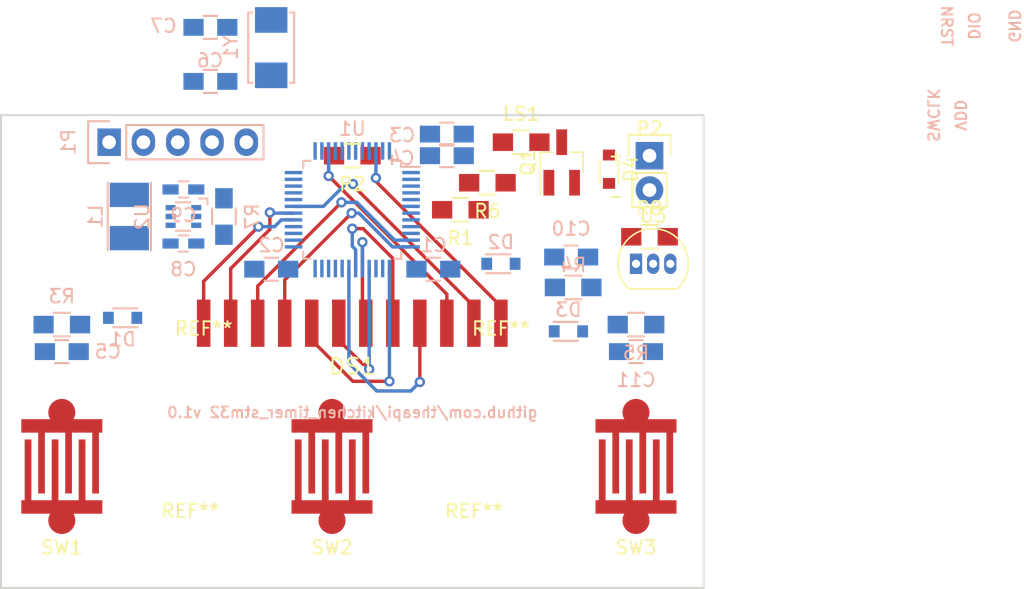
<source format=kicad_pcb>
(kicad_pcb (version 4) (host pcbnew 4.0.5-e0-6337~49~ubuntu16.04.1)

  (general
    (links 109)
    (no_connects 91)
    (area 116.924999 85.524999 169.075001 120.675001)
    (thickness 1.6)
    (drawings 20)
    (tracks 73)
    (zones 0)
    (modules 41)
    (nets 53)
  )

  (page A4)
  (layers
    (0 F.Cu signal)
    (31 B.Cu signal)
    (32 B.Adhes user)
    (33 F.Adhes user)
    (34 B.Paste user)
    (35 F.Paste user)
    (36 B.SilkS user)
    (37 F.SilkS user)
    (38 B.Mask user)
    (39 F.Mask user)
    (40 Dwgs.User user hide)
    (41 Cmts.User user)
    (42 Eco1.User user)
    (43 Eco2.User user)
    (44 Edge.Cuts user)
    (45 Margin user)
    (46 B.CrtYd user hide)
    (47 F.CrtYd user hide)
    (48 B.Fab user hide)
    (49 F.Fab user hide)
  )

  (setup
    (last_trace_width 0.254)
    (trace_clearance 0.2032)
    (zone_clearance 0.508)
    (zone_45_only no)
    (trace_min 0.1524)
    (segment_width 0.2)
    (edge_width 0.15)
    (via_size 0.762)
    (via_drill 0.4064)
    (via_min_size 0.6858)
    (via_min_drill 0.3302)
    (uvia_size 0.3048)
    (uvia_drill 0.1016)
    (uvias_allowed no)
    (uvia_min_size 0)
    (uvia_min_drill 0)
    (pcb_text_width 0.15)
    (pcb_text_size 0.8 0.8)
    (mod_edge_width 0.15)
    (mod_text_size 1 1)
    (mod_text_width 0.15)
    (pad_size 1.524 1.524)
    (pad_drill 0.762)
    (pad_to_mask_clearance 0.2)
    (aux_axis_origin 0 0)
    (grid_origin 132 104.6)
    (visible_elements FFFEF77F)
    (pcbplotparams
      (layerselection 0x010f0_80000001)
      (usegerberextensions true)
      (excludeedgelayer true)
      (linewidth 0.101600)
      (plotframeref false)
      (viasonmask false)
      (mode 1)
      (useauxorigin false)
      (hpglpennumber 1)
      (hpglpenspeed 20)
      (hpglpendiameter 15)
      (hpglpenoverlay 2)
      (psnegative false)
      (psa4output false)
      (plotreference true)
      (plotvalue true)
      (plotinvisibletext false)
      (padsonsilk false)
      (subtractmaskfromsilk false)
      (outputformat 1)
      (mirror false)
      (drillshape 0)
      (scaleselection 1)
      (outputdirectory gerber/))
  )

  (net 0 "")
  (net 1 VDD)
  (net 2 Earth)
  (net 3 SWCLK)
  (net 4 SWDIO)
  (net 5 NRST)
  (net 6 /VLCD)
  (net 7 /BUTTON0)
  (net 8 /OSC32_IN)
  (net 9 /OSC32_OUT)
  (net 10 "Net-(C8-Pad1)")
  (net 11 +BATT)
  (net 12 /BUTTON1)
  (net 13 /BUTTON2)
  (net 14 /LCD_COM0)
  (net 15 /LCD_COM1)
  (net 16 /LCD_SEG0)
  (net 17 /LCD_SEG1)
  (net 18 /LCD_SEG2)
  (net 19 /LCD_SEG3)
  (net 20 /LCD_SEG4)
  (net 21 /LCD_SEG5)
  (net 22 /LCD_SEG6)
  (net 23 /LCD_SEG7)
  (net 24 /LCD_COM2)
  (net 25 /LCD_COM3)
  (net 26 "Net-(L1-Pad2)")
  (net 27 "Net-(Q1-Pad1)")
  (net 28 "Net-(R2-Pad1)")
  (net 29 "Net-(R3-Pad2)")
  (net 30 "Net-(R4-Pad2)")
  (net 31 "Net-(R5-Pad2)")
  (net 32 /WAKEUP_PIN1)
  (net 33 "Net-(D4-Pad2)")
  (net 34 "Net-(R1-Pad1)")
  (net 35 /BUZZER)
  (net 36 /MELODY)
  (net 37 "Net-(R8-Pad1)")
  (net 38 "Net-(U1-Pad2)")
  (net 39 "Net-(U1-Pad5)")
  (net 40 "Net-(U1-Pad6)")
  (net 41 "Net-(U1-Pad14)")
  (net 42 PA5)
  (net 43 "Net-(U1-Pad20)")
  (net 44 "Net-(U1-Pad21)")
  (net 45 "Net-(U1-Pad26)")
  (net 46 "Net-(U1-Pad27)")
  (net 47 "Net-(U1-Pad28)")
  (net 48 "Net-(U1-Pad32)")
  (net 49 "Net-(U1-Pad33)")
  (net 50 "Net-(U1-Pad38)")
  (net 51 "Net-(U1-Pad43)")
  (net 52 "Net-(U1-Pad45)")

  (net_class Default "This is the default net class."
    (clearance 0.2032)
    (trace_width 0.254)
    (via_dia 0.762)
    (via_drill 0.4064)
    (uvia_dia 0.3048)
    (uvia_drill 0.1016)
    (add_net +BATT)
    (add_net /BUTTON0)
    (add_net /BUTTON1)
    (add_net /BUTTON2)
    (add_net /BUZZER)
    (add_net /LCD_COM0)
    (add_net /LCD_COM1)
    (add_net /LCD_COM2)
    (add_net /LCD_COM3)
    (add_net /LCD_SEG0)
    (add_net /LCD_SEG1)
    (add_net /LCD_SEG2)
    (add_net /LCD_SEG3)
    (add_net /LCD_SEG4)
    (add_net /LCD_SEG5)
    (add_net /LCD_SEG6)
    (add_net /LCD_SEG7)
    (add_net /MELODY)
    (add_net /OSC32_IN)
    (add_net /OSC32_OUT)
    (add_net /VLCD)
    (add_net /WAKEUP_PIN1)
    (add_net Earth)
    (add_net NRST)
    (add_net "Net-(C8-Pad1)")
    (add_net "Net-(D4-Pad2)")
    (add_net "Net-(L1-Pad2)")
    (add_net "Net-(Q1-Pad1)")
    (add_net "Net-(R1-Pad1)")
    (add_net "Net-(R2-Pad1)")
    (add_net "Net-(R3-Pad2)")
    (add_net "Net-(R4-Pad2)")
    (add_net "Net-(R5-Pad2)")
    (add_net "Net-(R8-Pad1)")
    (add_net "Net-(U1-Pad14)")
    (add_net "Net-(U1-Pad2)")
    (add_net "Net-(U1-Pad20)")
    (add_net "Net-(U1-Pad21)")
    (add_net "Net-(U1-Pad26)")
    (add_net "Net-(U1-Pad27)")
    (add_net "Net-(U1-Pad28)")
    (add_net "Net-(U1-Pad32)")
    (add_net "Net-(U1-Pad33)")
    (add_net "Net-(U1-Pad38)")
    (add_net "Net-(U1-Pad43)")
    (add_net "Net-(U1-Pad45)")
    (add_net "Net-(U1-Pad5)")
    (add_net "Net-(U1-Pad6)")
    (add_net PA5)
    (add_net SWCLK)
    (add_net SWDIO)
    (add_net VDD)
  )

  (net_class Wide ""
    (clearance 0.254)
    (trace_width 0.3556)
    (via_dia 0.762)
    (via_drill 0.4064)
    (uvia_dia 0.3048)
    (uvia_drill 0.1016)
  )

  (module Mounting_Holes:MountingHole_2.2mm_M2 (layer F.Cu) (tedit 56D1B4CB) (tstamp 58581F31)
    (at 152 118.1)
    (descr "Mounting Hole 2.2mm, no annular, M2")
    (tags "mounting hole 2.2mm no annular m2")
    (fp_text reference REF** (at 0 -3.2) (layer F.SilkS)
      (effects (font (size 1 1) (thickness 0.15)))
    )
    (fp_text value MountingHole_2.2mm_M2 (at 0 3.2) (layer F.Fab)
      (effects (font (size 1 1) (thickness 0.15)))
    )
    (fp_circle (center 0 0) (end 2.2 0) (layer Cmts.User) (width 0.15))
    (fp_circle (center 0 0) (end 2.45 0) (layer F.CrtYd) (width 0.05))
    (pad 1 np_thru_hole circle (at 0 0) (size 2.2 2.2) (drill 2.2) (layers *.Cu *.Mask))
  )

  (module Mounting_Holes:MountingHole_2.2mm_M2 (layer F.Cu) (tedit 56D1B4CB) (tstamp 58581F25)
    (at 131 118.1)
    (descr "Mounting Hole 2.2mm, no annular, M2")
    (tags "mounting hole 2.2mm no annular m2")
    (fp_text reference REF** (at 0 -3.2) (layer F.SilkS)
      (effects (font (size 1 1) (thickness 0.15)))
    )
    (fp_text value MountingHole_2.2mm_M2 (at 0 3.2) (layer F.Fab)
      (effects (font (size 1 1) (thickness 0.15)))
    )
    (fp_circle (center 0 0) (end 2.2 0) (layer Cmts.User) (width 0.15))
    (fp_circle (center 0 0) (end 2.45 0) (layer F.CrtYd) (width 0.05))
    (pad 1 np_thru_hole circle (at 0 0) (size 2.2 2.2) (drill 2.2) (layers *.Cu *.Mask))
  )

  (module Mounting_Holes:MountingHole_2.2mm_M2 (layer F.Cu) (tedit 56D1B4CB) (tstamp 58581E8C)
    (at 154 104.6)
    (descr "Mounting Hole 2.2mm, no annular, M2")
    (tags "mounting hole 2.2mm no annular m2")
    (fp_text reference REF** (at 0 -3.2) (layer F.SilkS)
      (effects (font (size 1 1) (thickness 0.15)))
    )
    (fp_text value MountingHole_2.2mm_M2 (at 0 3.2) (layer F.Fab)
      (effects (font (size 1 1) (thickness 0.15)))
    )
    (fp_circle (center 0 0) (end 2.2 0) (layer Cmts.User) (width 0.15))
    (fp_circle (center 0 0) (end 2.45 0) (layer F.CrtYd) (width 0.05))
    (pad 1 np_thru_hole circle (at 0 0) (size 2.2 2.2) (drill 2.2) (layers *.Cu *.Mask))
  )

  (module Housings_QFP:LQFP-48_7x7mm_Pitch0.5mm (layer B.Cu) (tedit 54130A77) (tstamp 5807CE7F)
    (at 143 92.6 180)
    (descr "48 LEAD LQFP 7x7mm (see MICREL LQFP7x7-48LD-PL-1.pdf)")
    (tags "QFP 0.5")
    (path /580631B3)
    (solder_mask_margin 0.07)
    (attr smd)
    (fp_text reference U1 (at 0 6 180) (layer B.SilkS)
      (effects (font (size 1 1) (thickness 0.15)) (justify mirror))
    )
    (fp_text value STM32L053C8_LQFP48 (at 0 -6 180) (layer B.Fab)
      (effects (font (size 1 1) (thickness 0.15)) (justify mirror))
    )
    (fp_text user %R (at 0 0 180) (layer B.Fab)
      (effects (font (size 1 1) (thickness 0.15)) (justify mirror))
    )
    (fp_line (start -2.5 3.5) (end 3.5 3.5) (layer B.Fab) (width 0.15))
    (fp_line (start 3.5 3.5) (end 3.5 -3.5) (layer B.Fab) (width 0.15))
    (fp_line (start 3.5 -3.5) (end -3.5 -3.5) (layer B.Fab) (width 0.15))
    (fp_line (start -3.5 -3.5) (end -3.5 2.5) (layer B.Fab) (width 0.15))
    (fp_line (start -3.5 2.5) (end -2.5 3.5) (layer B.Fab) (width 0.15))
    (fp_line (start -5.25 5.25) (end -5.25 -5.25) (layer B.CrtYd) (width 0.05))
    (fp_line (start 5.25 5.25) (end 5.25 -5.25) (layer B.CrtYd) (width 0.05))
    (fp_line (start -5.25 5.25) (end 5.25 5.25) (layer B.CrtYd) (width 0.05))
    (fp_line (start -5.25 -5.25) (end 5.25 -5.25) (layer B.CrtYd) (width 0.05))
    (fp_line (start -3.625 3.625) (end -3.625 3.175) (layer B.SilkS) (width 0.15))
    (fp_line (start 3.625 3.625) (end 3.625 3.1) (layer B.SilkS) (width 0.15))
    (fp_line (start 3.625 -3.625) (end 3.625 -3.1) (layer B.SilkS) (width 0.15))
    (fp_line (start -3.625 -3.625) (end -3.625 -3.1) (layer B.SilkS) (width 0.15))
    (fp_line (start -3.625 3.625) (end -3.1 3.625) (layer B.SilkS) (width 0.15))
    (fp_line (start -3.625 -3.625) (end -3.1 -3.625) (layer B.SilkS) (width 0.15))
    (fp_line (start 3.625 -3.625) (end 3.1 -3.625) (layer B.SilkS) (width 0.15))
    (fp_line (start 3.625 3.625) (end 3.1 3.625) (layer B.SilkS) (width 0.15))
    (fp_line (start -3.625 3.175) (end -5 3.175) (layer B.SilkS) (width 0.15))
    (pad 1 smd rect (at -4.35 2.75 180) (size 1.3 0.25) (layers B.Cu B.Paste B.Mask)
      (net 6 /VLCD))
    (pad 2 smd rect (at -4.35 2.25 180) (size 1.3 0.25) (layers B.Cu B.Paste B.Mask)
      (net 38 "Net-(U1-Pad2)"))
    (pad 3 smd rect (at -4.35 1.75 180) (size 1.3 0.25) (layers B.Cu B.Paste B.Mask)
      (net 8 /OSC32_IN))
    (pad 4 smd rect (at -4.35 1.25 180) (size 1.3 0.25) (layers B.Cu B.Paste B.Mask)
      (net 9 /OSC32_OUT))
    (pad 5 smd rect (at -4.35 0.75 180) (size 1.3 0.25) (layers B.Cu B.Paste B.Mask)
      (net 39 "Net-(U1-Pad5)"))
    (pad 6 smd rect (at -4.35 0.25 180) (size 1.3 0.25) (layers B.Cu B.Paste B.Mask)
      (net 40 "Net-(U1-Pad6)"))
    (pad 7 smd rect (at -4.35 -0.25 180) (size 1.3 0.25) (layers B.Cu B.Paste B.Mask)
      (net 5 NRST))
    (pad 8 smd rect (at -4.35 -0.75 180) (size 1.3 0.25) (layers B.Cu B.Paste B.Mask)
      (net 2 Earth))
    (pad 9 smd rect (at -4.35 -1.25 180) (size 1.3 0.25) (layers B.Cu B.Paste B.Mask)
      (net 1 VDD))
    (pad 10 smd rect (at -4.35 -1.75 180) (size 1.3 0.25) (layers B.Cu B.Paste B.Mask)
      (net 32 /WAKEUP_PIN1))
    (pad 11 smd rect (at -4.35 -2.25 180) (size 1.3 0.25) (layers B.Cu B.Paste B.Mask)
      (net 16 /LCD_SEG0))
    (pad 12 smd rect (at -4.35 -2.75 180) (size 1.3 0.25) (layers B.Cu B.Paste B.Mask)
      (net 17 /LCD_SEG1))
    (pad 13 smd rect (at -2.75 -4.35 90) (size 1.3 0.25) (layers B.Cu B.Paste B.Mask)
      (net 18 /LCD_SEG2))
    (pad 14 smd rect (at -2.25 -4.35 90) (size 1.3 0.25) (layers B.Cu B.Paste B.Mask)
      (net 41 "Net-(U1-Pad14)"))
    (pad 15 smd rect (at -1.75 -4.35 90) (size 1.3 0.25) (layers B.Cu B.Paste B.Mask)
      (net 42 PA5))
    (pad 16 smd rect (at -1.25 -4.35 90) (size 1.3 0.25) (layers B.Cu B.Paste B.Mask)
      (net 19 /LCD_SEG3))
    (pad 17 smd rect (at -0.75 -4.35 90) (size 1.3 0.25) (layers B.Cu B.Paste B.Mask)
      (net 20 /LCD_SEG4))
    (pad 18 smd rect (at -0.25 -4.35 90) (size 1.3 0.25) (layers B.Cu B.Paste B.Mask)
      (net 21 /LCD_SEG5))
    (pad 19 smd rect (at 0.25 -4.35 90) (size 1.3 0.25) (layers B.Cu B.Paste B.Mask)
      (net 22 /LCD_SEG6))
    (pad 20 smd rect (at 0.75 -4.35 90) (size 1.3 0.25) (layers B.Cu B.Paste B.Mask)
      (net 43 "Net-(U1-Pad20)"))
    (pad 21 smd rect (at 1.25 -4.35 90) (size 1.3 0.25) (layers B.Cu B.Paste B.Mask)
      (net 44 "Net-(U1-Pad21)"))
    (pad 22 smd rect (at 1.75 -4.35 90) (size 1.3 0.25) (layers B.Cu B.Paste B.Mask)
      (net 35 /BUZZER))
    (pad 23 smd rect (at 2.25 -4.35 90) (size 1.3 0.25) (layers B.Cu B.Paste B.Mask)
      (net 2 Earth))
    (pad 24 smd rect (at 2.75 -4.35 90) (size 1.3 0.25) (layers B.Cu B.Paste B.Mask)
      (net 1 VDD))
    (pad 25 smd rect (at 4.35 -2.75 180) (size 1.3 0.25) (layers B.Cu B.Paste B.Mask)
      (net 36 /MELODY))
    (pad 26 smd rect (at 4.35 -2.25 180) (size 1.3 0.25) (layers B.Cu B.Paste B.Mask)
      (net 45 "Net-(U1-Pad26)"))
    (pad 27 smd rect (at 4.35 -1.75 180) (size 1.3 0.25) (layers B.Cu B.Paste B.Mask)
      (net 46 "Net-(U1-Pad27)"))
    (pad 28 smd rect (at 4.35 -1.25 180) (size 1.3 0.25) (layers B.Cu B.Paste B.Mask)
      (net 47 "Net-(U1-Pad28)"))
    (pad 29 smd rect (at 4.35 -0.75 180) (size 1.3 0.25) (layers B.Cu B.Paste B.Mask)
      (net 14 /LCD_COM0))
    (pad 30 smd rect (at 4.35 -0.25 180) (size 1.3 0.25) (layers B.Cu B.Paste B.Mask)
      (net 15 /LCD_COM1))
    (pad 31 smd rect (at 4.35 0.25 180) (size 1.3 0.25) (layers B.Cu B.Paste B.Mask)
      (net 24 /LCD_COM2))
    (pad 32 smd rect (at 4.35 0.75 180) (size 1.3 0.25) (layers B.Cu B.Paste B.Mask)
      (net 48 "Net-(U1-Pad32)"))
    (pad 33 smd rect (at 4.35 1.25 180) (size 1.3 0.25) (layers B.Cu B.Paste B.Mask)
      (net 49 "Net-(U1-Pad33)"))
    (pad 34 smd rect (at 4.35 1.75 180) (size 1.3 0.25) (layers B.Cu B.Paste B.Mask)
      (net 4 SWDIO))
    (pad 35 smd rect (at 4.35 2.25 180) (size 1.3 0.25) (layers B.Cu B.Paste B.Mask)
      (net 2 Earth))
    (pad 36 smd rect (at 4.35 2.75 180) (size 1.3 0.25) (layers B.Cu B.Paste B.Mask)
      (net 1 VDD))
    (pad 37 smd rect (at 2.75 4.35 90) (size 1.3 0.25) (layers B.Cu B.Paste B.Mask)
      (net 3 SWCLK))
    (pad 38 smd rect (at 2.25 4.35 90) (size 1.3 0.25) (layers B.Cu B.Paste B.Mask)
      (net 50 "Net-(U1-Pad38)"))
    (pad 39 smd rect (at 1.75 4.35 90) (size 1.3 0.25) (layers B.Cu B.Paste B.Mask)
      (net 23 /LCD_SEG7))
    (pad 40 smd rect (at 1.25 4.35 90) (size 1.3 0.25) (layers B.Cu B.Paste B.Mask)
      (net 7 /BUTTON0))
    (pad 41 smd rect (at 0.75 4.35 90) (size 1.3 0.25) (layers B.Cu B.Paste B.Mask)
      (net 12 /BUTTON1))
    (pad 42 smd rect (at 0.25 4.35 90) (size 1.3 0.25) (layers B.Cu B.Paste B.Mask)
      (net 13 /BUTTON2))
    (pad 43 smd rect (at -0.25 4.35 90) (size 1.3 0.25) (layers B.Cu B.Paste B.Mask)
      (net 51 "Net-(U1-Pad43)"))
    (pad 44 smd rect (at -0.75 4.35 90) (size 1.3 0.25) (layers B.Cu B.Paste B.Mask)
      (net 28 "Net-(R2-Pad1)"))
    (pad 45 smd rect (at -1.25 4.35 90) (size 1.3 0.25) (layers B.Cu B.Paste B.Mask)
      (net 52 "Net-(U1-Pad45)"))
    (pad 46 smd rect (at -1.75 4.35 90) (size 1.3 0.25) (layers B.Cu B.Paste B.Mask)
      (net 25 /LCD_COM3))
    (pad 47 smd rect (at -2.25 4.35 90) (size 1.3 0.25) (layers B.Cu B.Paste B.Mask)
      (net 2 Earth))
    (pad 48 smd rect (at -2.75 4.35 90) (size 1.3 0.25) (layers B.Cu B.Paste B.Mask)
      (net 1 VDD))
    (model Housings_QFP.3dshapes/LQFP-48_7x7mm_Pitch0.5mm.wrl
      (at (xyz 0 0 0))
      (scale (xyz 1 1 1))
      (rotate (xyz 0 0 0))
    )
  )

  (module Capacitors_SMD:C_0805_HandSoldering (layer B.Cu) (tedit 580FB920) (tstamp 580213D4)
    (at 149 97)
    (descr "Capacitor SMD 0805, hand soldering")
    (tags "capacitor 0805")
    (path /58021E64)
    (attr smd)
    (fp_text reference C1 (at 0.02 -1.778) (layer B.SilkS)
      (effects (font (size 1 1) (thickness 0.15)) (justify mirror))
    )
    (fp_text value 100nF (at 0 -2.1) (layer B.Fab)
      (effects (font (size 1 1) (thickness 0.15)) (justify mirror))
    )
    (fp_line (start -1 -0.625) (end -1 0.625) (layer B.Fab) (width 0.15))
    (fp_line (start 1 -0.625) (end -1 -0.625) (layer B.Fab) (width 0.15))
    (fp_line (start 1 0.625) (end 1 -0.625) (layer B.Fab) (width 0.15))
    (fp_line (start -1 0.625) (end 1 0.625) (layer B.Fab) (width 0.15))
    (fp_line (start -2.3 1) (end 2.3 1) (layer B.CrtYd) (width 0.05))
    (fp_line (start -2.3 -1) (end 2.3 -1) (layer B.CrtYd) (width 0.05))
    (fp_line (start -2.3 1) (end -2.3 -1) (layer B.CrtYd) (width 0.05))
    (fp_line (start 2.3 1) (end 2.3 -1) (layer B.CrtYd) (width 0.05))
    (fp_line (start 0.5 0.85) (end -0.5 0.85) (layer B.SilkS) (width 0.15))
    (fp_line (start -0.5 -0.85) (end 0.5 -0.85) (layer B.SilkS) (width 0.15))
    (pad 1 smd rect (at -1.25 0) (size 1.5 1.25) (layers B.Cu B.Paste B.Mask)
      (net 1 VDD))
    (pad 2 smd rect (at 1.25 0) (size 1.5 1.25) (layers B.Cu B.Paste B.Mask)
      (net 2 Earth))
    (model Capacitors_SMD.3dshapes/C_0805_HandSoldering.wrl
      (at (xyz 0 0 0))
      (scale (xyz 1 1 1))
      (rotate (xyz 0 0 0))
    )
  )

  (module Capacitors_SMD:C_0805_HandSoldering (layer B.Cu) (tedit 580FB92A) (tstamp 580213DA)
    (at 137 97 180)
    (descr "Capacitor SMD 0805, hand soldering")
    (tags "capacitor 0805")
    (path /5803B990)
    (attr smd)
    (fp_text reference C2 (at -0.02 1.778 180) (layer B.SilkS)
      (effects (font (size 1 1) (thickness 0.15)) (justify mirror))
    )
    (fp_text value 100nF (at 0 -2.1 180) (layer B.Fab)
      (effects (font (size 1 1) (thickness 0.15)) (justify mirror))
    )
    (fp_line (start -1 -0.625) (end -1 0.625) (layer B.Fab) (width 0.15))
    (fp_line (start 1 -0.625) (end -1 -0.625) (layer B.Fab) (width 0.15))
    (fp_line (start 1 0.625) (end 1 -0.625) (layer B.Fab) (width 0.15))
    (fp_line (start -1 0.625) (end 1 0.625) (layer B.Fab) (width 0.15))
    (fp_line (start -2.3 1) (end 2.3 1) (layer B.CrtYd) (width 0.05))
    (fp_line (start -2.3 -1) (end 2.3 -1) (layer B.CrtYd) (width 0.05))
    (fp_line (start -2.3 1) (end -2.3 -1) (layer B.CrtYd) (width 0.05))
    (fp_line (start 2.3 1) (end 2.3 -1) (layer B.CrtYd) (width 0.05))
    (fp_line (start 0.5 0.85) (end -0.5 0.85) (layer B.SilkS) (width 0.15))
    (fp_line (start -0.5 -0.85) (end 0.5 -0.85) (layer B.SilkS) (width 0.15))
    (pad 1 smd rect (at -1.25 0 180) (size 1.5 1.25) (layers B.Cu B.Paste B.Mask)
      (net 1 VDD))
    (pad 2 smd rect (at 1.25 0 180) (size 1.5 1.25) (layers B.Cu B.Paste B.Mask)
      (net 2 Earth))
    (model Capacitors_SMD.3dshapes/C_0805_HandSoldering.wrl
      (at (xyz 0 0 0))
      (scale (xyz 1 1 1))
      (rotate (xyz 0 0 0))
    )
  )

  (module Capacitors_SMD:C_0805_HandSoldering (layer B.Cu) (tedit 580FB94C) (tstamp 5803944C)
    (at 150 87)
    (descr "Capacitor SMD 0805, hand soldering")
    (tags "capacitor 0805")
    (path /5803BA4A)
    (attr smd)
    (fp_text reference C3 (at -3.312795 0.081317) (layer B.SilkS)
      (effects (font (size 1 1) (thickness 0.15)) (justify mirror))
    )
    (fp_text value 100nF (at 0 -2.1) (layer B.Fab)
      (effects (font (size 1 1) (thickness 0.15)) (justify mirror))
    )
    (fp_line (start -1 -0.625) (end -1 0.625) (layer B.Fab) (width 0.15))
    (fp_line (start 1 -0.625) (end -1 -0.625) (layer B.Fab) (width 0.15))
    (fp_line (start 1 0.625) (end 1 -0.625) (layer B.Fab) (width 0.15))
    (fp_line (start -1 0.625) (end 1 0.625) (layer B.Fab) (width 0.15))
    (fp_line (start -2.3 1) (end 2.3 1) (layer B.CrtYd) (width 0.05))
    (fp_line (start -2.3 -1) (end 2.3 -1) (layer B.CrtYd) (width 0.05))
    (fp_line (start -2.3 1) (end -2.3 -1) (layer B.CrtYd) (width 0.05))
    (fp_line (start 2.3 1) (end 2.3 -1) (layer B.CrtYd) (width 0.05))
    (fp_line (start 0.5 0.85) (end -0.5 0.85) (layer B.SilkS) (width 0.15))
    (fp_line (start -0.5 -0.85) (end 0.5 -0.85) (layer B.SilkS) (width 0.15))
    (pad 1 smd rect (at -1.25 0) (size 1.5 1.25) (layers B.Cu B.Paste B.Mask)
      (net 1 VDD))
    (pad 2 smd rect (at 1.25 0) (size 1.5 1.25) (layers B.Cu B.Paste B.Mask)
      (net 2 Earth))
    (model Capacitors_SMD.3dshapes/C_0805_HandSoldering.wrl
      (at (xyz 0 0 0))
      (scale (xyz 1 1 1))
      (rotate (xyz 0 0 0))
    )
  )

  (module Capacitors_SMD:C_0805_HandSoldering (layer B.Cu) (tedit 580FB9C7) (tstamp 58039452)
    (at 150 88.6 180)
    (descr "Capacitor SMD 0805, hand soldering")
    (tags "capacitor 0805")
    (path /58032557)
    (attr smd)
    (fp_text reference C4 (at 3.366535 -0.180312 180) (layer B.SilkS)
      (effects (font (size 1 1) (thickness 0.15)) (justify mirror))
    )
    (fp_text value 100nF (at 0 -2.1 180) (layer B.Fab)
      (effects (font (size 1 1) (thickness 0.15)) (justify mirror))
    )
    (fp_line (start -1 -0.625) (end -1 0.625) (layer B.Fab) (width 0.15))
    (fp_line (start 1 -0.625) (end -1 -0.625) (layer B.Fab) (width 0.15))
    (fp_line (start 1 0.625) (end 1 -0.625) (layer B.Fab) (width 0.15))
    (fp_line (start -1 0.625) (end 1 0.625) (layer B.Fab) (width 0.15))
    (fp_line (start -2.3 1) (end 2.3 1) (layer B.CrtYd) (width 0.05))
    (fp_line (start -2.3 -1) (end 2.3 -1) (layer B.CrtYd) (width 0.05))
    (fp_line (start -2.3 1) (end -2.3 -1) (layer B.CrtYd) (width 0.05))
    (fp_line (start 2.3 1) (end 2.3 -1) (layer B.CrtYd) (width 0.05))
    (fp_line (start 0.5 0.85) (end -0.5 0.85) (layer B.SilkS) (width 0.15))
    (fp_line (start -0.5 -0.85) (end 0.5 -0.85) (layer B.SilkS) (width 0.15))
    (pad 1 smd rect (at -1.25 0 180) (size 1.5 1.25) (layers B.Cu B.Paste B.Mask)
      (net 2 Earth))
    (pad 2 smd rect (at 1.25 0 180) (size 1.5 1.25) (layers B.Cu B.Paste B.Mask)
      (net 6 /VLCD))
    (model Capacitors_SMD.3dshapes/C_0805_HandSoldering.wrl
      (at (xyz 0 0 0))
      (scale (xyz 1 1 1))
      (rotate (xyz 0 0 0))
    )
  )

  (module Capacitors_SMD:C_0805_HandSoldering (layer B.Cu) (tedit 580FB99B) (tstamp 5803B85A)
    (at 121.5 103.1 180)
    (descr "Capacitor SMD 0805, hand soldering")
    (tags "capacitor 0805")
    (path /5851A24C)
    (attr smd)
    (fp_text reference C5 (at -3.412497 0 180) (layer B.SilkS)
      (effects (font (size 1 1) (thickness 0.15)) (justify mirror))
    )
    (fp_text value 100nF (at 0 -2.1 180) (layer B.Fab)
      (effects (font (size 1 1) (thickness 0.15)) (justify mirror))
    )
    (fp_line (start -1 -0.625) (end -1 0.625) (layer B.Fab) (width 0.15))
    (fp_line (start 1 -0.625) (end -1 -0.625) (layer B.Fab) (width 0.15))
    (fp_line (start 1 0.625) (end 1 -0.625) (layer B.Fab) (width 0.15))
    (fp_line (start -1 0.625) (end 1 0.625) (layer B.Fab) (width 0.15))
    (fp_line (start -2.3 1) (end 2.3 1) (layer B.CrtYd) (width 0.05))
    (fp_line (start -2.3 -1) (end 2.3 -1) (layer B.CrtYd) (width 0.05))
    (fp_line (start -2.3 1) (end -2.3 -1) (layer B.CrtYd) (width 0.05))
    (fp_line (start 2.3 1) (end 2.3 -1) (layer B.CrtYd) (width 0.05))
    (fp_line (start 0.5 0.85) (end -0.5 0.85) (layer B.SilkS) (width 0.15))
    (fp_line (start -0.5 -0.85) (end 0.5 -0.85) (layer B.SilkS) (width 0.15))
    (pad 1 smd rect (at -1.25 0 180) (size 1.5 1.25) (layers B.Cu B.Paste B.Mask)
      (net 7 /BUTTON0))
    (pad 2 smd rect (at 1.25 0 180) (size 1.5 1.25) (layers B.Cu B.Paste B.Mask)
      (net 2 Earth))
    (model Capacitors_SMD.3dshapes/C_0805_HandSoldering.wrl
      (at (xyz 0 0 0))
      (scale (xyz 1 1 1))
      (rotate (xyz 0 0 0))
    )
  )

  (module Capacitors_SMD:C_0805_HandSoldering (layer B.Cu) (tedit 580FB930) (tstamp 5803B860)
    (at 132.5 83.1 180)
    (descr "Capacitor SMD 0805, hand soldering")
    (tags "capacitor 0805")
    (path /580665CF)
    (attr smd)
    (fp_text reference C6 (at 0.03 1.551 180) (layer B.SilkS)
      (effects (font (size 1 1) (thickness 0.15)) (justify mirror))
    )
    (fp_text value 20pF (at 0 -2.1 180) (layer B.Fab)
      (effects (font (size 1 1) (thickness 0.15)) (justify mirror))
    )
    (fp_line (start -1 -0.625) (end -1 0.625) (layer B.Fab) (width 0.15))
    (fp_line (start 1 -0.625) (end -1 -0.625) (layer B.Fab) (width 0.15))
    (fp_line (start 1 0.625) (end 1 -0.625) (layer B.Fab) (width 0.15))
    (fp_line (start -1 0.625) (end 1 0.625) (layer B.Fab) (width 0.15))
    (fp_line (start -2.3 1) (end 2.3 1) (layer B.CrtYd) (width 0.05))
    (fp_line (start -2.3 -1) (end 2.3 -1) (layer B.CrtYd) (width 0.05))
    (fp_line (start -2.3 1) (end -2.3 -1) (layer B.CrtYd) (width 0.05))
    (fp_line (start 2.3 1) (end 2.3 -1) (layer B.CrtYd) (width 0.05))
    (fp_line (start 0.5 0.85) (end -0.5 0.85) (layer B.SilkS) (width 0.15))
    (fp_line (start -0.5 -0.85) (end 0.5 -0.85) (layer B.SilkS) (width 0.15))
    (pad 1 smd rect (at -1.25 0 180) (size 1.5 1.25) (layers B.Cu B.Paste B.Mask)
      (net 8 /OSC32_IN))
    (pad 2 smd rect (at 1.25 0 180) (size 1.5 1.25) (layers B.Cu B.Paste B.Mask)
      (net 2 Earth))
    (model Capacitors_SMD.3dshapes/C_0805_HandSoldering.wrl
      (at (xyz 0 0 0))
      (scale (xyz 1 1 1))
      (rotate (xyz 0 0 0))
    )
  )

  (module Capacitors_SMD:C_0805_HandSoldering (layer B.Cu) (tedit 580FB985) (tstamp 58063C76)
    (at 132.5 79.1 180)
    (descr "Capacitor SMD 0805, hand soldering")
    (tags "capacitor 0805")
    (path /5806648B)
    (attr smd)
    (fp_text reference C7 (at 3.467652 0.111723 180) (layer B.SilkS)
      (effects (font (size 1 1) (thickness 0.15)) (justify mirror))
    )
    (fp_text value 20pF (at 0 -2.1 180) (layer B.Fab)
      (effects (font (size 1 1) (thickness 0.15)) (justify mirror))
    )
    (fp_line (start -1 -0.625) (end -1 0.625) (layer B.Fab) (width 0.15))
    (fp_line (start 1 -0.625) (end -1 -0.625) (layer B.Fab) (width 0.15))
    (fp_line (start 1 0.625) (end 1 -0.625) (layer B.Fab) (width 0.15))
    (fp_line (start -1 0.625) (end 1 0.625) (layer B.Fab) (width 0.15))
    (fp_line (start -2.3 1) (end 2.3 1) (layer B.CrtYd) (width 0.05))
    (fp_line (start -2.3 -1) (end 2.3 -1) (layer B.CrtYd) (width 0.05))
    (fp_line (start -2.3 1) (end -2.3 -1) (layer B.CrtYd) (width 0.05))
    (fp_line (start 2.3 1) (end 2.3 -1) (layer B.CrtYd) (width 0.05))
    (fp_line (start 0.5 0.85) (end -0.5 0.85) (layer B.SilkS) (width 0.15))
    (fp_line (start -0.5 -0.85) (end 0.5 -0.85) (layer B.SilkS) (width 0.15))
    (pad 1 smd rect (at -1.25 0 180) (size 1.5 1.25) (layers B.Cu B.Paste B.Mask)
      (net 9 /OSC32_OUT))
    (pad 2 smd rect (at 1.25 0 180) (size 1.5 1.25) (layers B.Cu B.Paste B.Mask)
      (net 2 Earth))
    (model Capacitors_SMD.3dshapes/C_0805_HandSoldering.wrl
      (at (xyz 0 0 0))
      (scale (xyz 1 1 1))
      (rotate (xyz 0 0 0))
    )
  )

  (module Resistors_SMD:R_0805_HandSoldering (layer B.Cu) (tedit 5810F869) (tstamp 5807E2A1)
    (at 159.35 98.35)
    (descr "Resistor SMD 0805, hand soldering")
    (tags "resistor 0805")
    (path /58519D14)
    (attr smd)
    (fp_text reference R4 (at 0 -1.651) (layer B.SilkS)
      (effects (font (size 1 1) (thickness 0.15)) (justify mirror))
    )
    (fp_text value 1K (at 0 -2.1) (layer B.Fab)
      (effects (font (size 1 1) (thickness 0.15)) (justify mirror))
    )
    (fp_line (start -2.4 1) (end 2.4 1) (layer B.CrtYd) (width 0.05))
    (fp_line (start -2.4 -1) (end 2.4 -1) (layer B.CrtYd) (width 0.05))
    (fp_line (start -2.4 1) (end -2.4 -1) (layer B.CrtYd) (width 0.05))
    (fp_line (start 2.4 1) (end 2.4 -1) (layer B.CrtYd) (width 0.05))
    (fp_line (start 0.6 -0.875) (end -0.6 -0.875) (layer B.SilkS) (width 0.15))
    (fp_line (start -0.6 0.875) (end 0.6 0.875) (layer B.SilkS) (width 0.15))
    (pad 1 smd rect (at -1.35 0) (size 1.5 1.3) (layers B.Cu B.Paste B.Mask)
      (net 12 /BUTTON1))
    (pad 2 smd rect (at 1.35 0) (size 1.5 1.3) (layers B.Cu B.Paste B.Mask)
      (net 30 "Net-(R4-Pad2)"))
    (model Resistors_SMD.3dshapes/R_0805_HandSoldering.wrl
      (at (xyz 0 0 0))
      (scale (xyz 1 1 1))
      (rotate (xyz 0 0 0))
    )
  )

  (module Capacitors_SMD:C_0603_HandSoldering (layer B.Cu) (tedit 541A9B4D) (tstamp 5857B0DE)
    (at 130.5 95.1)
    (descr "Capacitor SMD 0603, hand soldering")
    (tags "capacitor 0603")
    (path /584F24D0)
    (attr smd)
    (fp_text reference C8 (at 0 1.9) (layer B.SilkS)
      (effects (font (size 1 1) (thickness 0.15)) (justify mirror))
    )
    (fp_text value 10uF (at 0 -1.9) (layer B.Fab)
      (effects (font (size 1 1) (thickness 0.15)) (justify mirror))
    )
    (fp_line (start -0.8 -0.4) (end -0.8 0.4) (layer B.Fab) (width 0.15))
    (fp_line (start 0.8 -0.4) (end -0.8 -0.4) (layer B.Fab) (width 0.15))
    (fp_line (start 0.8 0.4) (end 0.8 -0.4) (layer B.Fab) (width 0.15))
    (fp_line (start -0.8 0.4) (end 0.8 0.4) (layer B.Fab) (width 0.15))
    (fp_line (start -1.85 0.75) (end 1.85 0.75) (layer B.CrtYd) (width 0.05))
    (fp_line (start -1.85 -0.75) (end 1.85 -0.75) (layer B.CrtYd) (width 0.05))
    (fp_line (start -1.85 0.75) (end -1.85 -0.75) (layer B.CrtYd) (width 0.05))
    (fp_line (start 1.85 0.75) (end 1.85 -0.75) (layer B.CrtYd) (width 0.05))
    (fp_line (start -0.35 0.6) (end 0.35 0.6) (layer B.SilkS) (width 0.15))
    (fp_line (start 0.35 -0.6) (end -0.35 -0.6) (layer B.SilkS) (width 0.15))
    (pad 1 smd rect (at -0.95 0) (size 1.2 0.75) (layers B.Cu B.Paste B.Mask)
      (net 10 "Net-(C8-Pad1)"))
    (pad 2 smd rect (at 0.95 0) (size 1.2 0.75) (layers B.Cu B.Paste B.Mask)
      (net 2 Earth))
    (model Capacitors_SMD.3dshapes/C_0603_HandSoldering.wrl
      (at (xyz 0 0 0))
      (scale (xyz 1 1 1))
      (rotate (xyz 0 0 0))
    )
  )

  (module Capacitors_SMD:C_0603_HandSoldering (layer B.Cu) (tedit 541A9B4D) (tstamp 5857B0E8)
    (at 130.5 91.1)
    (descr "Capacitor SMD 0603, hand soldering")
    (tags "capacitor 0603")
    (path /584F23EA)
    (attr smd)
    (fp_text reference C9 (at 0 1.9) (layer B.SilkS)
      (effects (font (size 1 1) (thickness 0.15)) (justify mirror))
    )
    (fp_text value 10uF (at 0 -1.9) (layer B.Fab)
      (effects (font (size 1 1) (thickness 0.15)) (justify mirror))
    )
    (fp_line (start -0.8 -0.4) (end -0.8 0.4) (layer B.Fab) (width 0.15))
    (fp_line (start 0.8 -0.4) (end -0.8 -0.4) (layer B.Fab) (width 0.15))
    (fp_line (start 0.8 0.4) (end 0.8 -0.4) (layer B.Fab) (width 0.15))
    (fp_line (start -0.8 0.4) (end 0.8 0.4) (layer B.Fab) (width 0.15))
    (fp_line (start -1.85 0.75) (end 1.85 0.75) (layer B.CrtYd) (width 0.05))
    (fp_line (start -1.85 -0.75) (end 1.85 -0.75) (layer B.CrtYd) (width 0.05))
    (fp_line (start -1.85 0.75) (end -1.85 -0.75) (layer B.CrtYd) (width 0.05))
    (fp_line (start 1.85 0.75) (end 1.85 -0.75) (layer B.CrtYd) (width 0.05))
    (fp_line (start -0.35 0.6) (end 0.35 0.6) (layer B.SilkS) (width 0.15))
    (fp_line (start 0.35 -0.6) (end -0.35 -0.6) (layer B.SilkS) (width 0.15))
    (pad 1 smd rect (at -0.95 0) (size 1.2 0.75) (layers B.Cu B.Paste B.Mask)
      (net 11 +BATT))
    (pad 2 smd rect (at 0.95 0) (size 1.2 0.75) (layers B.Cu B.Paste B.Mask)
      (net 2 Earth))
    (model Capacitors_SMD.3dshapes/C_0603_HandSoldering.wrl
      (at (xyz 0 0 0))
      (scale (xyz 1 1 1))
      (rotate (xyz 0 0 0))
    )
  )

  (module Capacitors_SMD:C_0805_HandSoldering (layer B.Cu) (tedit 541A9B8D) (tstamp 5857B0EE)
    (at 159.2 96.1 180)
    (descr "Capacitor SMD 0805, hand soldering")
    (tags "capacitor 0805")
    (path /5851A3FF)
    (attr smd)
    (fp_text reference C10 (at 0 2.1 180) (layer B.SilkS)
      (effects (font (size 1 1) (thickness 0.15)) (justify mirror))
    )
    (fp_text value 100nF (at 0 -2.1 180) (layer B.Fab)
      (effects (font (size 1 1) (thickness 0.15)) (justify mirror))
    )
    (fp_line (start -1 -0.625) (end -1 0.625) (layer B.Fab) (width 0.15))
    (fp_line (start 1 -0.625) (end -1 -0.625) (layer B.Fab) (width 0.15))
    (fp_line (start 1 0.625) (end 1 -0.625) (layer B.Fab) (width 0.15))
    (fp_line (start -1 0.625) (end 1 0.625) (layer B.Fab) (width 0.15))
    (fp_line (start -2.3 1) (end 2.3 1) (layer B.CrtYd) (width 0.05))
    (fp_line (start -2.3 -1) (end 2.3 -1) (layer B.CrtYd) (width 0.05))
    (fp_line (start -2.3 1) (end -2.3 -1) (layer B.CrtYd) (width 0.05))
    (fp_line (start 2.3 1) (end 2.3 -1) (layer B.CrtYd) (width 0.05))
    (fp_line (start 0.5 0.85) (end -0.5 0.85) (layer B.SilkS) (width 0.15))
    (fp_line (start -0.5 -0.85) (end 0.5 -0.85) (layer B.SilkS) (width 0.15))
    (pad 1 smd rect (at -1.25 0 180) (size 1.5 1.25) (layers B.Cu B.Paste B.Mask)
      (net 12 /BUTTON1))
    (pad 2 smd rect (at 1.25 0 180) (size 1.5 1.25) (layers B.Cu B.Paste B.Mask)
      (net 2 Earth))
    (model Capacitors_SMD.3dshapes/C_0805_HandSoldering.wrl
      (at (xyz 0 0 0))
      (scale (xyz 1 1 1))
      (rotate (xyz 0 0 0))
    )
  )

  (module Capacitors_SMD:C_0805_HandSoldering (layer B.Cu) (tedit 541A9B8D) (tstamp 5857B0F4)
    (at 164 103.1)
    (descr "Capacitor SMD 0805, hand soldering")
    (tags "capacitor 0805")
    (path /5851A470)
    (attr smd)
    (fp_text reference C11 (at 0 2.1) (layer B.SilkS)
      (effects (font (size 1 1) (thickness 0.15)) (justify mirror))
    )
    (fp_text value 100nF (at 0 -2.1) (layer B.Fab)
      (effects (font (size 1 1) (thickness 0.15)) (justify mirror))
    )
    (fp_line (start -1 -0.625) (end -1 0.625) (layer B.Fab) (width 0.15))
    (fp_line (start 1 -0.625) (end -1 -0.625) (layer B.Fab) (width 0.15))
    (fp_line (start 1 0.625) (end 1 -0.625) (layer B.Fab) (width 0.15))
    (fp_line (start -1 0.625) (end 1 0.625) (layer B.Fab) (width 0.15))
    (fp_line (start -2.3 1) (end 2.3 1) (layer B.CrtYd) (width 0.05))
    (fp_line (start -2.3 -1) (end 2.3 -1) (layer B.CrtYd) (width 0.05))
    (fp_line (start -2.3 1) (end -2.3 -1) (layer B.CrtYd) (width 0.05))
    (fp_line (start 2.3 1) (end 2.3 -1) (layer B.CrtYd) (width 0.05))
    (fp_line (start 0.5 0.85) (end -0.5 0.85) (layer B.SilkS) (width 0.15))
    (fp_line (start -0.5 -0.85) (end 0.5 -0.85) (layer B.SilkS) (width 0.15))
    (pad 1 smd rect (at -1.25 0) (size 1.5 1.25) (layers B.Cu B.Paste B.Mask)
      (net 13 /BUTTON2))
    (pad 2 smd rect (at 1.25 0) (size 1.5 1.25) (layers B.Cu B.Paste B.Mask)
      (net 2 Earth))
    (model Capacitors_SMD.3dshapes/C_0805_HandSoldering.wrl
      (at (xyz 0 0 0))
      (scale (xyz 1 1 1))
      (rotate (xyz 0 0 0))
    )
  )

  (module Resistors_SMD:R_0805_HandSoldering (layer F.Cu) (tedit 58307B90) (tstamp 5857B110)
    (at 155.5 87.6)
    (descr "Resistor SMD 0805, hand soldering")
    (tags "resistor 0805")
    (path /5851ABB3)
    (attr smd)
    (fp_text reference LS1 (at 0 -2.1) (layer F.SilkS)
      (effects (font (size 1 1) (thickness 0.15)))
    )
    (fp_text value BUZZER (at 0 2.1) (layer F.Fab)
      (effects (font (size 1 1) (thickness 0.15)))
    )
    (fp_line (start -1 0.625) (end -1 -0.625) (layer F.Fab) (width 0.1))
    (fp_line (start 1 0.625) (end -1 0.625) (layer F.Fab) (width 0.1))
    (fp_line (start 1 -0.625) (end 1 0.625) (layer F.Fab) (width 0.1))
    (fp_line (start -1 -0.625) (end 1 -0.625) (layer F.Fab) (width 0.1))
    (fp_line (start -2.4 -1) (end 2.4 -1) (layer F.CrtYd) (width 0.05))
    (fp_line (start -2.4 1) (end 2.4 1) (layer F.CrtYd) (width 0.05))
    (fp_line (start -2.4 -1) (end -2.4 1) (layer F.CrtYd) (width 0.05))
    (fp_line (start 2.4 -1) (end 2.4 1) (layer F.CrtYd) (width 0.05))
    (fp_line (start 0.6 0.875) (end -0.6 0.875) (layer F.SilkS) (width 0.15))
    (fp_line (start -0.6 -0.875) (end 0.6 -0.875) (layer F.SilkS) (width 0.15))
    (pad 1 smd rect (at -1.35 0) (size 1.5 1.3) (layers F.Cu F.Paste F.Mask)
      (net 11 +BATT))
    (pad 2 smd rect (at 1.35 0) (size 1.5 1.3) (layers F.Cu F.Paste F.Mask)
      (net 33 "Net-(D4-Pad2)"))
    (model Resistors_SMD.3dshapes/R_0805_HandSoldering.wrl
      (at (xyz 0 0 0))
      (scale (xyz 1 1 1))
      (rotate (xyz 0 0 0))
    )
  )

  (module Pin_Headers:Pin_Header_Straight_1x05 (layer B.Cu) (tedit 5857C07D) (tstamp 5857B111)
    (at 125 87.6 270)
    (descr "Through hole pin header")
    (tags "pin header")
    (path /58036840)
    (fp_text reference P1 (at 0 3 270) (layer B.SilkS)
      (effects (font (size 1 1) (thickness 0.15)) (justify mirror))
    )
    (fp_text value SWD (at 0 3.1 270) (layer B.Fab)
      (effects (font (size 1 1) (thickness 0.15)) (justify mirror))
    )
    (fp_line (start -1.55 0) (end -1.55 1.55) (layer B.SilkS) (width 0.15))
    (fp_line (start -1.55 1.55) (end 1.55 1.55) (layer B.SilkS) (width 0.15))
    (fp_line (start 1.55 1.55) (end 1.55 0) (layer B.SilkS) (width 0.15))
    (fp_line (start -1.75 1.75) (end -1.75 -11.95) (layer B.CrtYd) (width 0.05))
    (fp_line (start 1.75 1.75) (end 1.75 -11.95) (layer B.CrtYd) (width 0.05))
    (fp_line (start -1.75 1.75) (end 1.75 1.75) (layer B.CrtYd) (width 0.05))
    (fp_line (start -1.75 -11.95) (end 1.75 -11.95) (layer B.CrtYd) (width 0.05))
    (fp_line (start 1.27 -1.27) (end 1.27 -11.43) (layer B.SilkS) (width 0.15))
    (fp_line (start 1.27 -11.43) (end -1.27 -11.43) (layer B.SilkS) (width 0.15))
    (fp_line (start -1.27 -11.43) (end -1.27 -1.27) (layer B.SilkS) (width 0.15))
    (fp_line (start 1.27 -1.27) (end -1.27 -1.27) (layer B.SilkS) (width 0.15))
    (pad 1 thru_hole rect (at 0 0 270) (size 2.032 1.7272) (drill 1.016) (layers *.Cu *.Mask)
      (net 1 VDD))
    (pad 2 thru_hole oval (at 0 -2.54 270) (size 2.032 1.7272) (drill 1.016) (layers *.Cu *.Mask)
      (net 3 SWCLK))
    (pad 3 thru_hole oval (at 0 -5.08 270) (size 2.032 1.7272) (drill 1.016) (layers *.Cu *.Mask)
      (net 2 Earth))
    (pad 4 thru_hole oval (at 0 -7.62 270) (size 2.032 1.7272) (drill 1.016) (layers *.Cu *.Mask)
      (net 4 SWDIO))
    (pad 5 thru_hole oval (at 0 -10.16 270) (size 2.032 1.7272) (drill 1.016) (layers *.Cu *.Mask)
      (net 5 NRST))
    (model Pin_Headers.3dshapes/Pin_Header_Straight_1x05.wrl
      (at (xyz 0 -0.2 0))
      (scale (xyz 1 1 1))
      (rotate (xyz 0 0 90))
    )
  )

  (module TO_SOT_Packages_SMD:SOT-23_Handsoldering (layer F.Cu) (tedit 583F3954) (tstamp 5857B11F)
    (at 158.5 89.1 90)
    (descr "SOT-23, Handsoldering")
    (tags SOT-23)
    (path /586901C2)
    (attr smd)
    (fp_text reference Q1 (at 0 -2.5 90) (layer F.SilkS)
      (effects (font (size 1 1) (thickness 0.15)))
    )
    (fp_text value Q_PNP_BEC (at 0 2.5 90) (layer F.Fab)
      (effects (font (size 1 1) (thickness 0.15)))
    )
    (fp_line (start 0.76 1.58) (end 0.76 0.65) (layer F.SilkS) (width 0.12))
    (fp_line (start 0.76 -1.58) (end 0.76 -0.65) (layer F.SilkS) (width 0.12))
    (fp_line (start 0.7 -1.52) (end 0.7 1.52) (layer F.Fab) (width 0.15))
    (fp_line (start -0.7 1.52) (end 0.7 1.52) (layer F.Fab) (width 0.15))
    (fp_line (start -2.7 -1.75) (end 2.7 -1.75) (layer F.CrtYd) (width 0.05))
    (fp_line (start 2.7 -1.75) (end 2.7 1.75) (layer F.CrtYd) (width 0.05))
    (fp_line (start 2.7 1.75) (end -2.7 1.75) (layer F.CrtYd) (width 0.05))
    (fp_line (start -2.7 1.75) (end -2.7 -1.75) (layer F.CrtYd) (width 0.05))
    (fp_line (start 0.76 -1.58) (end -2.4 -1.58) (layer F.SilkS) (width 0.12))
    (fp_line (start -0.7 -1.52) (end 0.7 -1.52) (layer F.Fab) (width 0.15))
    (fp_line (start -0.7 -1.52) (end -0.7 1.52) (layer F.Fab) (width 0.15))
    (fp_line (start 0.76 1.58) (end -0.7 1.58) (layer F.SilkS) (width 0.12))
    (pad 1 smd rect (at -1.5 -0.95 90) (size 1.9 0.8) (layers F.Cu F.Paste F.Mask)
      (net 27 "Net-(Q1-Pad1)"))
    (pad 2 smd rect (at -1.5 0.95 90) (size 1.9 0.8) (layers F.Cu F.Paste F.Mask)
      (net 2 Earth))
    (pad 3 smd rect (at 1.5 0 90) (size 1.9 0.8) (layers F.Cu F.Paste F.Mask)
      (net 33 "Net-(D4-Pad2)"))
    (model TO_SOT_Packages_SMD.3dshapes/SOT-23.wrl
      (at (xyz 0 0 0))
      (scale (xyz 1 1 1))
      (rotate (xyz 0 0 90))
    )
  )

  (module Resistors_SMD:R_0805_HandSoldering (layer F.Cu) (tedit 58307B90) (tstamp 5857B120)
    (at 143 88.6 180)
    (descr "Resistor SMD 0805, hand soldering")
    (tags "resistor 0805")
    (path /5806575A)
    (attr smd)
    (fp_text reference R2 (at 0 -2.1 180) (layer F.SilkS)
      (effects (font (size 1 1) (thickness 0.15)))
    )
    (fp_text value 10K (at 0 2.1 180) (layer F.Fab)
      (effects (font (size 1 1) (thickness 0.15)))
    )
    (fp_line (start -1 0.625) (end -1 -0.625) (layer F.Fab) (width 0.1))
    (fp_line (start 1 0.625) (end -1 0.625) (layer F.Fab) (width 0.1))
    (fp_line (start 1 -0.625) (end 1 0.625) (layer F.Fab) (width 0.1))
    (fp_line (start -1 -0.625) (end 1 -0.625) (layer F.Fab) (width 0.1))
    (fp_line (start -2.4 -1) (end 2.4 -1) (layer F.CrtYd) (width 0.05))
    (fp_line (start -2.4 1) (end 2.4 1) (layer F.CrtYd) (width 0.05))
    (fp_line (start -2.4 -1) (end -2.4 1) (layer F.CrtYd) (width 0.05))
    (fp_line (start 2.4 -1) (end 2.4 1) (layer F.CrtYd) (width 0.05))
    (fp_line (start 0.6 0.875) (end -0.6 0.875) (layer F.SilkS) (width 0.15))
    (fp_line (start -0.6 -0.875) (end 0.6 -0.875) (layer F.SilkS) (width 0.15))
    (pad 1 smd rect (at -1.35 0 180) (size 1.5 1.3) (layers F.Cu F.Paste F.Mask)
      (net 28 "Net-(R2-Pad1)"))
    (pad 2 smd rect (at 1.35 0 180) (size 1.5 1.3) (layers F.Cu F.Paste F.Mask)
      (net 2 Earth))
    (model Resistors_SMD.3dshapes/R_0805_HandSoldering.wrl
      (at (xyz 0 0 0))
      (scale (xyz 1 1 1))
      (rotate (xyz 0 0 0))
    )
  )

  (module Resistors_SMD:R_0805_HandSoldering (layer B.Cu) (tedit 58307B90) (tstamp 5857B125)
    (at 121.5 101.1 180)
    (descr "Resistor SMD 0805, hand soldering")
    (tags "resistor 0805")
    (path /58519B61)
    (attr smd)
    (fp_text reference R3 (at 0 2.1 180) (layer B.SilkS)
      (effects (font (size 1 1) (thickness 0.15)) (justify mirror))
    )
    (fp_text value 1K (at 0 -2.1 180) (layer B.Fab)
      (effects (font (size 1 1) (thickness 0.15)) (justify mirror))
    )
    (fp_line (start -1 -0.625) (end -1 0.625) (layer B.Fab) (width 0.1))
    (fp_line (start 1 -0.625) (end -1 -0.625) (layer B.Fab) (width 0.1))
    (fp_line (start 1 0.625) (end 1 -0.625) (layer B.Fab) (width 0.1))
    (fp_line (start -1 0.625) (end 1 0.625) (layer B.Fab) (width 0.1))
    (fp_line (start -2.4 1) (end 2.4 1) (layer B.CrtYd) (width 0.05))
    (fp_line (start -2.4 -1) (end 2.4 -1) (layer B.CrtYd) (width 0.05))
    (fp_line (start -2.4 1) (end -2.4 -1) (layer B.CrtYd) (width 0.05))
    (fp_line (start 2.4 1) (end 2.4 -1) (layer B.CrtYd) (width 0.05))
    (fp_line (start 0.6 -0.875) (end -0.6 -0.875) (layer B.SilkS) (width 0.15))
    (fp_line (start -0.6 0.875) (end 0.6 0.875) (layer B.SilkS) (width 0.15))
    (pad 1 smd rect (at -1.35 0 180) (size 1.5 1.3) (layers B.Cu B.Paste B.Mask)
      (net 7 /BUTTON0))
    (pad 2 smd rect (at 1.35 0 180) (size 1.5 1.3) (layers B.Cu B.Paste B.Mask)
      (net 29 "Net-(R3-Pad2)"))
    (model Resistors_SMD.3dshapes/R_0805_HandSoldering.wrl
      (at (xyz 0 0 0))
      (scale (xyz 1 1 1))
      (rotate (xyz 0 0 0))
    )
  )

  (module Resistors_SMD:R_0805_HandSoldering (layer B.Cu) (tedit 58307B90) (tstamp 5857B12F)
    (at 164 101.1)
    (descr "Resistor SMD 0805, hand soldering")
    (tags "resistor 0805")
    (path /58519D86)
    (attr smd)
    (fp_text reference R5 (at 0 2.1) (layer B.SilkS)
      (effects (font (size 1 1) (thickness 0.15)) (justify mirror))
    )
    (fp_text value 1K (at 0 -2.1) (layer B.Fab)
      (effects (font (size 1 1) (thickness 0.15)) (justify mirror))
    )
    (fp_line (start -1 -0.625) (end -1 0.625) (layer B.Fab) (width 0.1))
    (fp_line (start 1 -0.625) (end -1 -0.625) (layer B.Fab) (width 0.1))
    (fp_line (start 1 0.625) (end 1 -0.625) (layer B.Fab) (width 0.1))
    (fp_line (start -1 0.625) (end 1 0.625) (layer B.Fab) (width 0.1))
    (fp_line (start -2.4 1) (end 2.4 1) (layer B.CrtYd) (width 0.05))
    (fp_line (start -2.4 -1) (end 2.4 -1) (layer B.CrtYd) (width 0.05))
    (fp_line (start -2.4 1) (end -2.4 -1) (layer B.CrtYd) (width 0.05))
    (fp_line (start 2.4 1) (end 2.4 -1) (layer B.CrtYd) (width 0.05))
    (fp_line (start 0.6 -0.875) (end -0.6 -0.875) (layer B.SilkS) (width 0.15))
    (fp_line (start -0.6 0.875) (end 0.6 0.875) (layer B.SilkS) (width 0.15))
    (pad 1 smd rect (at -1.35 0) (size 1.5 1.3) (layers B.Cu B.Paste B.Mask)
      (net 13 /BUTTON2))
    (pad 2 smd rect (at 1.35 0) (size 1.5 1.3) (layers B.Cu B.Paste B.Mask)
      (net 31 "Net-(R5-Pad2)"))
    (model Resistors_SMD.3dshapes/R_0805_HandSoldering.wrl
      (at (xyz 0 0 0))
      (scale (xyz 1 1 1))
      (rotate (xyz 0 0 0))
    )
  )

  (module Resistors_SMD:R_0805_HandSoldering (layer F.Cu) (tedit 58307B90) (tstamp 5857B135)
    (at 153 90.6 180)
    (descr "Resistor SMD 0805, hand soldering")
    (tags "resistor 0805")
    (path /5851ADE5)
    (attr smd)
    (fp_text reference R6 (at 0 -2.1 180) (layer F.SilkS)
      (effects (font (size 1 1) (thickness 0.15)))
    )
    (fp_text value 220 (at 0 2.1 180) (layer F.Fab)
      (effects (font (size 1 1) (thickness 0.15)))
    )
    (fp_line (start -1 0.625) (end -1 -0.625) (layer F.Fab) (width 0.1))
    (fp_line (start 1 0.625) (end -1 0.625) (layer F.Fab) (width 0.1))
    (fp_line (start 1 -0.625) (end 1 0.625) (layer F.Fab) (width 0.1))
    (fp_line (start -1 -0.625) (end 1 -0.625) (layer F.Fab) (width 0.1))
    (fp_line (start -2.4 -1) (end 2.4 -1) (layer F.CrtYd) (width 0.05))
    (fp_line (start -2.4 1) (end 2.4 1) (layer F.CrtYd) (width 0.05))
    (fp_line (start -2.4 -1) (end -2.4 1) (layer F.CrtYd) (width 0.05))
    (fp_line (start 2.4 -1) (end 2.4 1) (layer F.CrtYd) (width 0.05))
    (fp_line (start 0.6 0.875) (end -0.6 0.875) (layer F.SilkS) (width 0.15))
    (fp_line (start -0.6 -0.875) (end 0.6 -0.875) (layer F.SilkS) (width 0.15))
    (pad 1 smd rect (at -1.35 0 180) (size 1.5 1.3) (layers F.Cu F.Paste F.Mask)
      (net 27 "Net-(Q1-Pad1)"))
    (pad 2 smd rect (at 1.35 0 180) (size 1.5 1.3) (layers F.Cu F.Paste F.Mask)
      (net 34 "Net-(R1-Pad1)"))
    (model Resistors_SMD.3dshapes/R_0805_HandSoldering.wrl
      (at (xyz 0 0 0))
      (scale (xyz 1 1 1))
      (rotate (xyz 0 0 0))
    )
  )

  (module Resistors_SMD:R_0805_HandSoldering (layer B.Cu) (tedit 58307B90) (tstamp 5857B13B)
    (at 133.5 93.1 90)
    (descr "Resistor SMD 0805, hand soldering")
    (tags "resistor 0805")
    (path /5857A47C)
    (attr smd)
    (fp_text reference R7 (at 0 2.1 90) (layer B.SilkS)
      (effects (font (size 1 1) (thickness 0.15)) (justify mirror))
    )
    (fp_text value 0 (at 0 -2.1 90) (layer B.Fab)
      (effects (font (size 1 1) (thickness 0.15)) (justify mirror))
    )
    (fp_line (start -1 -0.625) (end -1 0.625) (layer B.Fab) (width 0.1))
    (fp_line (start 1 -0.625) (end -1 -0.625) (layer B.Fab) (width 0.1))
    (fp_line (start 1 0.625) (end 1 -0.625) (layer B.Fab) (width 0.1))
    (fp_line (start -1 0.625) (end 1 0.625) (layer B.Fab) (width 0.1))
    (fp_line (start -2.4 1) (end 2.4 1) (layer B.CrtYd) (width 0.05))
    (fp_line (start -2.4 -1) (end 2.4 -1) (layer B.CrtYd) (width 0.05))
    (fp_line (start -2.4 1) (end -2.4 -1) (layer B.CrtYd) (width 0.05))
    (fp_line (start 2.4 1) (end 2.4 -1) (layer B.CrtYd) (width 0.05))
    (fp_line (start 0.6 -0.875) (end -0.6 -0.875) (layer B.SilkS) (width 0.15))
    (fp_line (start -0.6 0.875) (end 0.6 0.875) (layer B.SilkS) (width 0.15))
    (pad 1 smd rect (at -1.35 0 90) (size 1.5 1.3) (layers B.Cu B.Paste B.Mask)
      (net 1 VDD))
    (pad 2 smd rect (at 1.35 0 90) (size 1.5 1.3) (layers B.Cu B.Paste B.Mask)
      (net 10 "Net-(C8-Pad1)"))
    (model Resistors_SMD.3dshapes/R_0805_HandSoldering.wrl
      (at (xyz 0 0 0))
      (scale (xyz 1 1 1))
      (rotate (xyz 0 0 0))
    )
  )

  (module TO_SOT_Packages_SMD:SC-70-6 (layer B.Cu) (tedit 56EA2382) (tstamp 5857B157)
    (at 130.5 93.1 270)
    (descr SC-70-6,)
    (tags SC-70-6)
    (path /584F21B9)
    (attr smd)
    (fp_text reference U2 (at 0.01016 3.05054 270) (layer B.SilkS)
      (effects (font (size 1 1) (thickness 0.15)) (justify mirror))
    )
    (fp_text value TLV61225 (at 0.04064 -4.191 270) (layer B.Fab)
      (effects (font (size 1 1) (thickness 0.15)) (justify mirror))
    )
    (fp_line (start 1.2 1.6) (end 1.2 -1.6) (layer B.CrtYd) (width 0.05))
    (fp_line (start -1.2 1.6) (end 1.2 1.6) (layer B.CrtYd) (width 0.05))
    (fp_line (start -1.2 -1.6) (end -1.2 1.6) (layer B.CrtYd) (width 0.05))
    (fp_line (start 1.2 -1.6) (end -1.2 -1.6) (layer B.CrtYd) (width 0.05))
    (fp_line (start 1.05 -0.5) (end 1.05 0.55) (layer B.SilkS) (width 0.15))
    (fp_line (start -1.05 0.55) (end -1.05 -0.5) (layer B.SilkS) (width 0.15))
    (fp_line (start -1.33096 -1.16078) (end -1.33096 -1.77038) (layer B.SilkS) (width 0.15))
    (fp_line (start -1.33096 -1.77038) (end -0.89916 -1.78054) (layer B.SilkS) (width 0.15))
    (pad 1 smd rect (at -0.65024 -0.94996 270) (size 0.39878 0.7493) (layers B.Cu B.Paste B.Mask)
      (net 11 +BATT))
    (pad 2 smd rect (at 0 -0.94996 270) (size 0.39878 0.7493) (layers B.Cu B.Paste B.Mask)
      (net 10 "Net-(C8-Pad1)"))
    (pad 3 smd rect (at 0.65024 -0.94996 270) (size 0.39878 0.7493) (layers B.Cu B.Paste B.Mask)
      (net 2 Earth))
    (pad 4 smd rect (at 0.65024 0.94996 270) (size 0.39878 0.7493) (layers B.Cu B.Paste B.Mask)
      (net 10 "Net-(C8-Pad1)"))
    (pad 5 smd rect (at 0 0.94996 270) (size 0.39878 0.7493) (layers B.Cu B.Paste B.Mask)
      (net 26 "Net-(L1-Pad2)"))
    (pad 6 smd rect (at -0.65024 0.94996 270) (size 0.39878 0.7493) (layers B.Cu B.Paste B.Mask)
      (net 11 +BATT))
    (model TO_SOT_Packages_SMD.3dshapes/SC-70-6.wrl
      (at (xyz 0 0 0))
      (scale (xyz 1 1 1))
      (rotate (xyz 0 0 0))
    )
  )

  (module Crystals:ABM3 (layer B.Cu) (tedit 56B63AB3) (tstamp 5857B162)
    (at 137 80.6 270)
    (descr "Abracon Miniature Ceramic Smd Crystal http://www.abracon.com/Resonators/abm3.pdf")
    (tags "smd crystal")
    (path /584DF533)
    (attr smd)
    (fp_text reference Y1 (at 0 3 270) (layer B.SilkS)
      (effects (font (size 1 1) (thickness 0.15)) (justify mirror))
    )
    (fp_text value Crystal (at 0 -3 270) (layer B.Fab)
      (effects (font (size 1 1) (thickness 0.15)) (justify mirror))
    )
    (fp_line (start -3.5 -2.1) (end -3.5 2.1) (layer B.CrtYd) (width 0.05))
    (fp_line (start 3.5 -2.1) (end -3.5 -2.1) (layer B.CrtYd) (width 0.05))
    (fp_line (start 3.5 2.1) (end 3.5 -2.1) (layer B.CrtYd) (width 0.05))
    (fp_line (start -3.5 2.1) (end 3.5 2.1) (layer B.CrtYd) (width 0.05))
    (fp_line (start 2.6 -1.7) (end 2.6 -1.4) (layer B.SilkS) (width 0.15))
    (fp_line (start -2.6 -1.7) (end -2.6 -1.4) (layer B.SilkS) (width 0.15))
    (fp_line (start -2.6 1.7) (end -2.6 1.4) (layer B.SilkS) (width 0.15))
    (fp_line (start 2.6 1.7) (end 2.6 1.4) (layer B.SilkS) (width 0.15))
    (fp_line (start -2.6 1.7) (end 2.6 1.7) (layer B.SilkS) (width 0.15))
    (fp_line (start -2.6 -1.7) (end 2.6 -1.7) (layer B.SilkS) (width 0.15))
    (pad 2 smd rect (at 2.05 0 270) (size 1.9 2.4) (layers B.Cu B.Paste B.Mask)
      (net 8 /OSC32_IN))
    (pad 1 smd rect (at -2.05 0 270) (size 1.9 2.4) (layers B.Cu B.Paste B.Mask)
      (net 9 /OSC32_OUT))
  )

  (module Pin_Headers:Pin_Header_Straight_1x02 (layer F.Cu) (tedit 5857C079) (tstamp 5857BAD6)
    (at 165 88.6)
    (descr "Through hole pin header")
    (tags "pin header")
    (path /5857BC53)
    (fp_text reference P2 (at 0 -2) (layer F.SilkS)
      (effects (font (size 1 1) (thickness 0.15)))
    )
    (fp_text value PWR (at 0 -3.1) (layer F.Fab)
      (effects (font (size 1 1) (thickness 0.15)))
    )
    (fp_line (start 1.27 1.27) (end 1.27 3.81) (layer F.SilkS) (width 0.15))
    (fp_line (start 1.55 -1.55) (end 1.55 0) (layer F.SilkS) (width 0.15))
    (fp_line (start -1.75 -1.75) (end -1.75 4.3) (layer F.CrtYd) (width 0.05))
    (fp_line (start 1.75 -1.75) (end 1.75 4.3) (layer F.CrtYd) (width 0.05))
    (fp_line (start -1.75 -1.75) (end 1.75 -1.75) (layer F.CrtYd) (width 0.05))
    (fp_line (start -1.75 4.3) (end 1.75 4.3) (layer F.CrtYd) (width 0.05))
    (fp_line (start 1.27 1.27) (end -1.27 1.27) (layer F.SilkS) (width 0.15))
    (fp_line (start -1.55 0) (end -1.55 -1.55) (layer F.SilkS) (width 0.15))
    (fp_line (start -1.55 -1.55) (end 1.55 -1.55) (layer F.SilkS) (width 0.15))
    (fp_line (start -1.27 1.27) (end -1.27 3.81) (layer F.SilkS) (width 0.15))
    (fp_line (start -1.27 3.81) (end 1.27 3.81) (layer F.SilkS) (width 0.15))
    (pad 1 thru_hole rect (at 0 0) (size 2.032 2.032) (drill 1.016) (layers *.Cu *.Mask)
      (net 11 +BATT))
    (pad 2 thru_hole oval (at 0 2.54) (size 2.032 2.032) (drill 1.016) (layers *.Cu *.Mask)
      (net 2 Earth))
    (model Pin_Headers.3dshapes/Pin_Header_Straight_1x02.wrl
      (at (xyz 0 -0.05 0))
      (scale (xyz 1 1 1))
      (rotate (xyz 0 0 90))
    )
  )

  (module Inductors:Inductor_Taiyo-Yuden_NR-30xx_HandSoldering (layer B.Cu) (tedit 574C3AE3) (tstamp 5857BC06)
    (at 126.5 93.1 270)
    (descr "Inductor, Taiyo Yuden, NR series, Taiyo-Yuden_NR-30xx, 3.0mmx3.0mm")
    (tags "inductor taiyo-yuden nr smd")
    (path /584F2321)
    (attr smd)
    (fp_text reference L1 (at 0 2.5 270) (layer B.SilkS)
      (effects (font (size 1 1) (thickness 0.15)) (justify mirror))
    )
    (fp_text value INDUCTOR (at 0 -3 270) (layer B.Fab)
      (effects (font (size 1 1) (thickness 0.15)) (justify mirror))
    )
    (fp_line (start -1.5 0) (end -1.5 0.95) (layer B.Fab) (width 0.15))
    (fp_line (start -1.5 0.95) (end -0.95 1.5) (layer B.Fab) (width 0.15))
    (fp_line (start -0.95 1.5) (end 0 1.5) (layer B.Fab) (width 0.15))
    (fp_line (start 1.5 0) (end 1.5 0.95) (layer B.Fab) (width 0.15))
    (fp_line (start 1.5 0.95) (end 0.95 1.5) (layer B.Fab) (width 0.15))
    (fp_line (start 0.95 1.5) (end 0 1.5) (layer B.Fab) (width 0.15))
    (fp_line (start 1.5 0) (end 1.5 -0.95) (layer B.Fab) (width 0.15))
    (fp_line (start 1.5 -0.95) (end 0.95 -1.5) (layer B.Fab) (width 0.15))
    (fp_line (start 0.95 -1.5) (end 0 -1.5) (layer B.Fab) (width 0.15))
    (fp_line (start -1.5 0) (end -1.5 -0.95) (layer B.Fab) (width 0.15))
    (fp_line (start -1.5 -0.95) (end -0.95 -1.5) (layer B.Fab) (width 0.15))
    (fp_line (start -0.95 -1.5) (end 0 -1.5) (layer B.Fab) (width 0.15))
    (fp_line (start -2.5 1.6) (end 2.5 1.6) (layer B.SilkS) (width 0.15))
    (fp_line (start -2.5 -1.6) (end 2.5 -1.6) (layer B.SilkS) (width 0.15))
    (fp_line (start -2.75 1.8) (end -2.75 -1.8) (layer B.CrtYd) (width 0.05))
    (fp_line (start -2.75 -1.8) (end 2.75 -1.8) (layer B.CrtYd) (width 0.05))
    (fp_line (start 2.75 -1.8) (end 2.75 1.8) (layer B.CrtYd) (width 0.05))
    (fp_line (start 2.75 1.8) (end -2.75 1.8) (layer B.CrtYd) (width 0.05))
    (pad 1 smd rect (at -1.6 0 270) (size 1.8 2.9) (layers B.Cu B.Paste B.Mask)
      (net 11 +BATT))
    (pad 2 smd rect (at 1.6 0 270) (size 1.8 2.9) (layers B.Cu B.Paste B.Mask)
      (net 26 "Net-(L1-Pad2)"))
    (model Inductors.3dshapes/Inductor_Taiyo-Yuden_NR-30xx.wrl
      (at (xyz 0 0 0))
      (scale (xyz 1 1 1))
      (rotate (xyz 0 0 0))
    )
  )

  (module theapi:TheApiLogoTiny (layer B.Cu) (tedit 5729157E) (tstamp 5857C106)
    (at 143 108.6 180)
    (fp_text reference REF** (at 0 -0.5 180) (layer B.SilkS) hide
      (effects (font (size 1 1) (thickness 0.15)) (justify mirror))
    )
    (fp_text value TheApiLogoTiny (at 0 0.5 180) (layer B.Fab) hide
      (effects (font (size 1 1) (thickness 0.15)) (justify mirror))
    )
    (fp_line (start 0.26 -4.07) (end 0.42 -3.55) (layer B.Mask) (width 0.1016))
    (fp_line (start 0.3 -3.85) (end 0.26 -4.07) (layer B.Mask) (width 0.1016))
    (fp_line (start 0.18 -3.57) (end 0.3 -3.85) (layer B.Mask) (width 0.1016))
    (fp_line (start -0.04 -3.27) (end 0.18 -3.57) (layer B.Mask) (width 0.1016))
    (fp_line (start -0.13 -2.84) (end -0.04 -3.27) (layer B.Mask) (width 0.1016))
    (fp_line (start 0.24 -2.85) (end 0.24 -2.68) (layer B.Mask) (width 0.1016))
    (fp_line (start 0.26 -2.95) (end 0.24 -2.85) (layer B.Mask) (width 0.1016))
    (fp_line (start 0.21 -3.04) (end 0.26 -2.95) (layer B.Mask) (width 0.1016))
    (fp_line (start 0.09 -3.07) (end 0.21 -3.04) (layer B.Mask) (width 0.1016))
    (fp_line (start -0.03 -2.94) (end 0.09 -3.07) (layer B.Mask) (width 0.1016))
    (fp_line (start -0.1 -2.75) (end -0.03 -2.94) (layer B.Mask) (width 0.1016))
    (fp_line (start 0.42 -2.75) (end 0.33 -2.62) (layer B.Mask) (width 0.1016))
    (fp_line (start 0.55 -2.78) (end 0.42 -2.75) (layer B.Mask) (width 0.1016))
    (fp_line (start 0.66 -2.74) (end 0.55 -2.78) (layer B.Mask) (width 0.1016))
    (fp_line (start 0.7 -2.64) (end 0.66 -2.74) (layer B.Mask) (width 0.1016))
    (fp_line (start 0.7 -2.5) (end 0.7 -2.64) (layer B.Mask) (width 0.1016))
    (fp_line (start 0.6 -2.36) (end 0.7 -2.5) (layer B.Mask) (width 0.1016))
    (fp_line (start 0.42 -2.25) (end 0.6 -2.36) (layer B.Mask) (width 0.1016))
    (fp_line (start 0.52 -2.22) (end 0.42 -2.22) (layer B.Mask) (width 0.1016))
    (fp_line (start 0.67 -2.21) (end 0.52 -2.22) (layer B.Mask) (width 0.1016))
    (fp_line (start 0.77 -2.14) (end 0.67 -2.21) (layer B.Mask) (width 0.1016))
    (fp_line (start 0.75 -1.99) (end 0.77 -2.14) (layer B.Mask) (width 0.1016))
    (fp_line (start 0.64 -1.89) (end 0.75 -1.99) (layer B.Mask) (width 0.1016))
    (fp_line (start 0.27 -1.9) (end 0.64 -1.89) (layer B.Mask) (width 0.1016))
    (fp_line (start 0.39 -1.77) (end 0.3 -1.91) (layer B.Mask) (width 0.1016))
    (fp_line (start 0.41 -1.66) (end 0.39 -1.77) (layer B.Mask) (width 0.1016))
    (fp_line (start 0.36 -1.55) (end 0.41 -1.66) (layer B.Mask) (width 0.1016))
    (fp_line (start 0.19 -1.52) (end 0.36 -1.55) (layer B.Mask) (width 0.1016))
    (fp_line (start 0.03 -1.58) (end 0.19 -1.52) (layer B.Mask) (width 0.1016))
    (fp_line (start -0.06 -1.85) (end 0.03 -1.58) (layer B.Mask) (width 0.1016))
    (fp_line (start -0.16 -2.76) (end -0.17 -2.73) (layer B.Mask) (width 0.1016))
    (fp_line (start -0.13 -2.74) (end -0.16 -2.76) (layer B.Mask) (width 0.1016))
    (fp_line (start -0.15 -2.76) (end -0.13 -2.74) (layer B.Mask) (width 0.1016))
    (fp_line (start -0.17 -2.87) (end -0.15 -2.76) (layer B.Mask) (width 0.1016))
    (fp_line (start -0.23 -2.98) (end -0.17 -2.87) (layer B.Mask) (width 0.1016))
    (fp_line (start -0.35 -3.02) (end -0.23 -2.98) (layer B.Mask) (width 0.1016))
    (fp_line (start -0.46 -2.98) (end -0.35 -3.02) (layer B.Mask) (width 0.1016))
    (fp_line (start -0.47 -2.79) (end -0.46 -2.98) (layer B.Mask) (width 0.1016))
    (fp_line (start -0.39 -2.59) (end -0.47 -2.79) (layer B.Mask) (width 0.1016))
    (fp_line (start -0.66 -2.63) (end -0.41 -2.57) (layer B.Mask) (width 0.1016))
    (fp_line (start -0.78 -2.55) (end -0.66 -2.63) (layer B.Mask) (width 0.1016))
    (fp_line (start -0.82 -2.42) (end -0.78 -2.55) (layer B.Mask) (width 0.1016))
    (fp_line (start -0.73 -2.27) (end -0.82 -2.42) (layer B.Mask) (width 0.1016))
    (fp_line (start -0.46 -2.22) (end -0.73 -2.27) (layer B.Mask) (width 0.1016))
    (fp_line (start -0.68 -2.1) (end -0.47 -2.15) (layer B.Mask) (width 0.1016))
    (fp_line (start -0.79 -1.93) (end -0.68 -2.1) (layer B.Mask) (width 0.1016))
    (fp_line (start -0.68 -1.74) (end -0.79 -1.93) (layer B.Mask) (width 0.1016))
    (fp_line (start -0.4 -1.67) (end -0.68 -1.74) (layer B.Mask) (width 0.1016))
    (fp_line (start -0.13 -1.81) (end -0.4 -1.67) (layer B.Mask) (width 0.1016))
    (fp_line (start 0.04 -2.48) (end 0.16 -2.39) (layer B.Mask) (width 0.0762))
    (fp_line (start -0.09 -2.49) (end 0.04 -2.48) (layer B.Mask) (width 0.0762))
    (fp_line (start -0.21 -2.42) (end -0.09 -2.49) (layer B.Mask) (width 0.0762))
    (fp_circle (center -0.16 -2.2) (end -0.13 -2.21) (layer B.Mask) (width 0.15))
    (fp_circle (center -0.02 -2.28) (end 0.39 -2.28) (layer B.Mask) (width 0.127))
    (fp_circle (center 0.12 -2.2) (end 0.15 -2.21) (layer B.Mask) (width 0.15))
  )

  (module theapi:SW_PCB locked (layer F.Cu) (tedit 585819B9) (tstamp 5857B147)
    (at 141.5 111.6 180)
    (descr "PCB trace for silicone switch")
    (tags Switch)
    (path /58506BDE)
    (attr smd)
    (fp_text reference SW2 (at 0 -6 180) (layer F.SilkS)
      (effects (font (size 1 1) (thickness 0.15)))
    )
    (fp_text value SW_PUSH (at 0 6 180) (layer F.Fab)
      (effects (font (size 1 1) (thickness 0.15)))
    )
    (pad 2 smd rect (at 0 3 180) (size 6 1) (layers F.Cu F.Paste F.Mask)
      (net 30 "Net-(R4-Pad2)"))
    (pad 1 smd rect (at 0 -3 180) (size 6 1) (layers F.Cu F.Paste F.Mask)
      (net 1 VDD))
    (pad 2 smd rect (at -2.5 0.5 180) (size 0.5 5) (layers F.Cu F.Paste F.Mask)
      (net 30 "Net-(R4-Pad2)"))
    (pad 2 smd rect (at -0.5 0.5 180) (size 0.5 5) (layers F.Cu F.Paste F.Mask)
      (net 30 "Net-(R4-Pad2)"))
    (pad 2 smd rect (at 1.5 0.5 180) (size 0.5 5) (layers F.Cu F.Paste F.Mask)
      (net 30 "Net-(R4-Pad2)"))
    (pad 1 smd rect (at -1.5 -0.5 180) (size 0.5 5) (layers F.Cu F.Paste F.Mask)
      (net 1 VDD))
    (pad 1 smd rect (at 0.5 -0.5 180) (size 0.5 5) (layers F.Cu F.Paste F.Mask)
      (net 1 VDD))
    (pad 1 smd circle (at 0 -4 180) (size 2 2) (layers F.Cu F.Paste F.Mask)
      (net 1 VDD))
    (pad 2 smd circle (at 0 4 180) (size 2 2) (layers F.Cu F.Paste F.Mask)
      (net 30 "Net-(R4-Pad2)"))
    (pad 1 smd rect (at 2.5 -0.5 180) (size 0.5 5) (layers F.Cu F.Paste F.Mask)
      (net 1 VDD))
  )

  (module theapi:SW_PCB locked (layer F.Cu) (tedit 585819B9) (tstamp 5857B141)
    (at 121.5 111.6 180)
    (descr "PCB trace for silicone switch")
    (tags Switch)
    (path /5850680E)
    (attr smd)
    (fp_text reference SW1 (at 0 -6 180) (layer F.SilkS)
      (effects (font (size 1 1) (thickness 0.15)))
    )
    (fp_text value SW_PUSH (at 0 6 180) (layer F.Fab)
      (effects (font (size 1 1) (thickness 0.15)))
    )
    (pad 2 smd rect (at 0 3 180) (size 6 1) (layers F.Cu F.Paste F.Mask)
      (net 29 "Net-(R3-Pad2)"))
    (pad 1 smd rect (at 0 -3 180) (size 6 1) (layers F.Cu F.Paste F.Mask)
      (net 1 VDD))
    (pad 2 smd rect (at -2.5 0.5 180) (size 0.5 5) (layers F.Cu F.Paste F.Mask)
      (net 29 "Net-(R3-Pad2)"))
    (pad 2 smd rect (at -0.5 0.5 180) (size 0.5 5) (layers F.Cu F.Paste F.Mask)
      (net 29 "Net-(R3-Pad2)"))
    (pad 2 smd rect (at 1.5 0.5 180) (size 0.5 5) (layers F.Cu F.Paste F.Mask)
      (net 29 "Net-(R3-Pad2)"))
    (pad 1 smd rect (at -1.5 -0.5 180) (size 0.5 5) (layers F.Cu F.Paste F.Mask)
      (net 1 VDD))
    (pad 1 smd rect (at 0.5 -0.5 180) (size 0.5 5) (layers F.Cu F.Paste F.Mask)
      (net 1 VDD))
    (pad 1 smd circle (at 0 -4 180) (size 2 2) (layers F.Cu F.Paste F.Mask)
      (net 1 VDD))
    (pad 2 smd circle (at 0 4 180) (size 2 2) (layers F.Cu F.Paste F.Mask)
      (net 29 "Net-(R3-Pad2)"))
    (pad 1 smd rect (at 2.5 -0.5 180) (size 0.5 5) (layers F.Cu F.Paste F.Mask)
      (net 1 VDD))
  )

  (module Mounting_Holes:MountingHole_2.2mm_M2 (layer F.Cu) (tedit 56D1B4CB) (tstamp 58581C12)
    (at 132 104.6)
    (descr "Mounting Hole 2.2mm, no annular, M2")
    (tags "mounting hole 2.2mm no annular m2")
    (fp_text reference REF** (at 0 -3.2) (layer F.SilkS)
      (effects (font (size 1 1) (thickness 0.15)))
    )
    (fp_text value MountingHole_2.2mm_M2 (at 0 3.2) (layer F.Fab)
      (effects (font (size 1 1) (thickness 0.15)))
    )
    (fp_circle (center 0 0) (end 2.2 0) (layer Cmts.User) (width 0.15))
    (fp_circle (center 0 0) (end 2.45 0) (layer F.CrtYd) (width 0.05))
    (pad 1 np_thru_hole circle (at 0 0) (size 2.2 2.2) (drill 2.2) (layers *.Cu *.Mask))
  )

  (module Diodes_SMD:D_0805 (layer B.Cu) (tedit 574BBB4C) (tstamp 586A9685)
    (at 126 100.6 180)
    (descr "Diode SMD in 0805 package")
    (tags "smd diode")
    (path /586A4698)
    (attr smd)
    (fp_text reference D1 (at 0 -1.6 180) (layer B.SilkS)
      (effects (font (size 1 1) (thickness 0.15)) (justify mirror))
    )
    (fp_text value D_Schottky (at 0 1.6 180) (layer B.Fab)
      (effects (font (size 1 1) (thickness 0.15)) (justify mirror))
    )
    (fp_line (start -1.8 -0.9) (end -1.8 0.9) (layer B.CrtYd) (width 0.05))
    (fp_line (start 1.8 -0.9) (end -1.8 -0.9) (layer B.CrtYd) (width 0.05))
    (fp_line (start 1.8 0.9) (end 1.8 -0.9) (layer B.CrtYd) (width 0.05))
    (fp_line (start -1.8 0.9) (end 1.8 0.9) (layer B.CrtYd) (width 0.05))
    (fp_line (start 0.2 0) (end 0.4 0) (layer B.Fab) (width 0.15))
    (fp_line (start -0.1 0) (end -0.3 0) (layer B.Fab) (width 0.15))
    (fp_line (start -0.1 0.2) (end -0.1 -0.2) (layer B.Fab) (width 0.15))
    (fp_line (start 0.2 -0.2) (end 0.2 0.2) (layer B.Fab) (width 0.15))
    (fp_line (start -0.1 0) (end 0.2 -0.2) (layer B.Fab) (width 0.15))
    (fp_line (start 0.2 0.2) (end -0.1 0) (layer B.Fab) (width 0.15))
    (fp_line (start -1 -0.6) (end -1 0.6) (layer B.Fab) (width 0.15))
    (fp_line (start 1 -0.6) (end -1 -0.6) (layer B.Fab) (width 0.15))
    (fp_line (start 1 0.6) (end 1 -0.6) (layer B.Fab) (width 0.15))
    (fp_line (start -1 0.6) (end 1 0.6) (layer B.Fab) (width 0.15))
    (fp_line (start -1.1 -0.7) (end 0.7 -0.7) (layer B.SilkS) (width 0.15))
    (fp_line (start -1.1 0.7) (end 0.7 0.7) (layer B.SilkS) (width 0.15))
    (pad 1 smd rect (at -1.05 0 180) (size 0.8 0.9) (layers B.Cu B.Paste B.Mask)
      (net 32 /WAKEUP_PIN1))
    (pad 2 smd rect (at 1.05 0 180) (size 0.8 0.9) (layers B.Cu B.Paste B.Mask)
      (net 7 /BUTTON0))
  )

  (module Diodes_SMD:D_0805 (layer B.Cu) (tedit 574BBB4C) (tstamp 586A968B)
    (at 154 96.6)
    (descr "Diode SMD in 0805 package")
    (tags "smd diode")
    (path /586A45B0)
    (attr smd)
    (fp_text reference D2 (at 0 -1.6) (layer B.SilkS)
      (effects (font (size 1 1) (thickness 0.15)) (justify mirror))
    )
    (fp_text value D_Schottky (at 0 1.6) (layer B.Fab)
      (effects (font (size 1 1) (thickness 0.15)) (justify mirror))
    )
    (fp_line (start -1.8 -0.9) (end -1.8 0.9) (layer B.CrtYd) (width 0.05))
    (fp_line (start 1.8 -0.9) (end -1.8 -0.9) (layer B.CrtYd) (width 0.05))
    (fp_line (start 1.8 0.9) (end 1.8 -0.9) (layer B.CrtYd) (width 0.05))
    (fp_line (start -1.8 0.9) (end 1.8 0.9) (layer B.CrtYd) (width 0.05))
    (fp_line (start 0.2 0) (end 0.4 0) (layer B.Fab) (width 0.15))
    (fp_line (start -0.1 0) (end -0.3 0) (layer B.Fab) (width 0.15))
    (fp_line (start -0.1 0.2) (end -0.1 -0.2) (layer B.Fab) (width 0.15))
    (fp_line (start 0.2 -0.2) (end 0.2 0.2) (layer B.Fab) (width 0.15))
    (fp_line (start -0.1 0) (end 0.2 -0.2) (layer B.Fab) (width 0.15))
    (fp_line (start 0.2 0.2) (end -0.1 0) (layer B.Fab) (width 0.15))
    (fp_line (start -1 -0.6) (end -1 0.6) (layer B.Fab) (width 0.15))
    (fp_line (start 1 -0.6) (end -1 -0.6) (layer B.Fab) (width 0.15))
    (fp_line (start 1 0.6) (end 1 -0.6) (layer B.Fab) (width 0.15))
    (fp_line (start -1 0.6) (end 1 0.6) (layer B.Fab) (width 0.15))
    (fp_line (start -1.1 -0.7) (end 0.7 -0.7) (layer B.SilkS) (width 0.15))
    (fp_line (start -1.1 0.7) (end 0.7 0.7) (layer B.SilkS) (width 0.15))
    (pad 1 smd rect (at -1.05 0) (size 0.8 0.9) (layers B.Cu B.Paste B.Mask)
      (net 32 /WAKEUP_PIN1))
    (pad 2 smd rect (at 1.05 0) (size 0.8 0.9) (layers B.Cu B.Paste B.Mask)
      (net 12 /BUTTON1))
  )

  (module Diodes_SMD:D_0805 (layer B.Cu) (tedit 574BBB4C) (tstamp 586A9691)
    (at 159 101.6)
    (descr "Diode SMD in 0805 package")
    (tags "smd diode")
    (path /586A426D)
    (attr smd)
    (fp_text reference D3 (at 0 -1.6) (layer B.SilkS)
      (effects (font (size 1 1) (thickness 0.15)) (justify mirror))
    )
    (fp_text value D_Schottky (at 0 1.6) (layer B.Fab)
      (effects (font (size 1 1) (thickness 0.15)) (justify mirror))
    )
    (fp_line (start -1.8 -0.9) (end -1.8 0.9) (layer B.CrtYd) (width 0.05))
    (fp_line (start 1.8 -0.9) (end -1.8 -0.9) (layer B.CrtYd) (width 0.05))
    (fp_line (start 1.8 0.9) (end 1.8 -0.9) (layer B.CrtYd) (width 0.05))
    (fp_line (start -1.8 0.9) (end 1.8 0.9) (layer B.CrtYd) (width 0.05))
    (fp_line (start 0.2 0) (end 0.4 0) (layer B.Fab) (width 0.15))
    (fp_line (start -0.1 0) (end -0.3 0) (layer B.Fab) (width 0.15))
    (fp_line (start -0.1 0.2) (end -0.1 -0.2) (layer B.Fab) (width 0.15))
    (fp_line (start 0.2 -0.2) (end 0.2 0.2) (layer B.Fab) (width 0.15))
    (fp_line (start -0.1 0) (end 0.2 -0.2) (layer B.Fab) (width 0.15))
    (fp_line (start 0.2 0.2) (end -0.1 0) (layer B.Fab) (width 0.15))
    (fp_line (start -1 -0.6) (end -1 0.6) (layer B.Fab) (width 0.15))
    (fp_line (start 1 -0.6) (end -1 -0.6) (layer B.Fab) (width 0.15))
    (fp_line (start 1 0.6) (end 1 -0.6) (layer B.Fab) (width 0.15))
    (fp_line (start -1 0.6) (end 1 0.6) (layer B.Fab) (width 0.15))
    (fp_line (start -1.1 -0.7) (end 0.7 -0.7) (layer B.SilkS) (width 0.15))
    (fp_line (start -1.1 0.7) (end 0.7 0.7) (layer B.SilkS) (width 0.15))
    (pad 1 smd rect (at -1.05 0) (size 0.8 0.9) (layers B.Cu B.Paste B.Mask)
      (net 32 /WAKEUP_PIN1))
    (pad 2 smd rect (at 1.05 0) (size 0.8 0.9) (layers B.Cu B.Paste B.Mask)
      (net 13 /BUTTON2))
  )

  (module Diodes_SMD:D_0805 (layer F.Cu) (tedit 574BBB4C) (tstamp 586A9697)
    (at 162 89.6 90)
    (descr "Diode SMD in 0805 package")
    (tags "smd diode")
    (path /586A5FCA)
    (attr smd)
    (fp_text reference D4 (at 0 1.6 90) (layer F.SilkS)
      (effects (font (size 1 1) (thickness 0.15)))
    )
    (fp_text value D (at 0 -1.6 90) (layer F.Fab)
      (effects (font (size 1 1) (thickness 0.15)))
    )
    (fp_line (start -1.8 0.9) (end -1.8 -0.9) (layer F.CrtYd) (width 0.05))
    (fp_line (start 1.8 0.9) (end -1.8 0.9) (layer F.CrtYd) (width 0.05))
    (fp_line (start 1.8 -0.9) (end 1.8 0.9) (layer F.CrtYd) (width 0.05))
    (fp_line (start -1.8 -0.9) (end 1.8 -0.9) (layer F.CrtYd) (width 0.05))
    (fp_line (start 0.2 0) (end 0.4 0) (layer F.Fab) (width 0.15))
    (fp_line (start -0.1 0) (end -0.3 0) (layer F.Fab) (width 0.15))
    (fp_line (start -0.1 -0.2) (end -0.1 0.2) (layer F.Fab) (width 0.15))
    (fp_line (start 0.2 0.2) (end 0.2 -0.2) (layer F.Fab) (width 0.15))
    (fp_line (start -0.1 0) (end 0.2 0.2) (layer F.Fab) (width 0.15))
    (fp_line (start 0.2 -0.2) (end -0.1 0) (layer F.Fab) (width 0.15))
    (fp_line (start -1 0.6) (end -1 -0.6) (layer F.Fab) (width 0.15))
    (fp_line (start 1 0.6) (end -1 0.6) (layer F.Fab) (width 0.15))
    (fp_line (start 1 -0.6) (end 1 0.6) (layer F.Fab) (width 0.15))
    (fp_line (start -1 -0.6) (end 1 -0.6) (layer F.Fab) (width 0.15))
    (fp_line (start -1.1 0.7) (end 0.7 0.7) (layer F.SilkS) (width 0.15))
    (fp_line (start -1.1 -0.7) (end 0.7 -0.7) (layer F.SilkS) (width 0.15))
    (pad 1 smd rect (at -1.05 0 90) (size 0.8 0.9) (layers F.Cu F.Paste F.Mask)
      (net 11 +BATT))
    (pad 2 smd rect (at 1.05 0 90) (size 0.8 0.9) (layers F.Cu F.Paste F.Mask)
      (net 33 "Net-(D4-Pad2)"))
  )

  (module theapi:ZEBRA-12 locked (layer F.Cu) (tedit 58582371) (tstamp 586A9698)
    (at 143 101)
    (path /584F1C3C)
    (fp_text reference DS1 (at 0 3.2) (layer F.SilkS)
      (effects (font (size 1.2 1.2) (thickness 0.15)))
    )
    (fp_text value LCD_KITCHEN_TIMER (at 0 -3.2) (layer F.Fab)
      (effects (font (size 1.2 1.2) (thickness 0.15)))
    )
    (pad 1 smd rect (at -11 0) (size 1 3.5) (layers F.Cu F.Paste F.Mask)
      (net 14 /LCD_COM0))
    (pad 2 smd rect (at -9 0) (size 1 3.5) (layers F.Cu F.Paste F.Mask)
      (net 15 /LCD_COM1))
    (pad 3 smd rect (at -7 0) (size 1 3.5) (layers F.Cu F.Paste F.Mask)
      (net 16 /LCD_SEG0))
    (pad 4 smd rect (at -5 0) (size 1 3.5) (layers F.Cu F.Paste F.Mask)
      (net 17 /LCD_SEG1))
    (pad 5 smd rect (at -3 0) (size 1 3.5) (layers F.Cu F.Paste F.Mask)
      (net 18 /LCD_SEG2))
    (pad 6 smd rect (at -1 0) (size 1 3.5) (layers F.Cu F.Paste F.Mask)
      (net 19 /LCD_SEG3))
    (pad 7 smd rect (at 1 0) (size 1 3.5) (layers F.Cu F.Paste F.Mask)
      (net 20 /LCD_SEG4))
    (pad 8 smd rect (at 3 0) (size 1 3.5) (layers F.Cu F.Paste F.Mask)
      (net 21 /LCD_SEG5))
    (pad 9 smd rect (at 5 0) (size 1 3.5) (layers F.Cu F.Paste F.Mask)
      (net 22 /LCD_SEG6))
    (pad 10 smd rect (at 7 0) (size 1 3.5) (layers F.Cu F.Paste F.Mask)
      (net 23 /LCD_SEG7))
    (pad 11 smd rect (at 9 0) (size 1 3.5) (layers F.Cu F.Paste F.Mask)
      (net 24 /LCD_COM2))
    (pad 12 smd rect (at 11 0) (size 1 3.5) (layers F.Cu F.Paste F.Mask)
      (net 25 /LCD_COM3))
  )

  (module Resistors_SMD:R_0805_HandSoldering (layer F.Cu) (tedit 58307B90) (tstamp 586A96AC)
    (at 151 92.6 180)
    (descr "Resistor SMD 0805, hand soldering")
    (tags "resistor 0805")
    (path /58691698)
    (attr smd)
    (fp_text reference R1 (at 0 -2.1 180) (layer F.SilkS)
      (effects (font (size 1 1) (thickness 0.15)))
    )
    (fp_text value 0 (at 0 2.1 180) (layer F.Fab)
      (effects (font (size 1 1) (thickness 0.15)))
    )
    (fp_line (start -1 0.625) (end -1 -0.625) (layer F.Fab) (width 0.1))
    (fp_line (start 1 0.625) (end -1 0.625) (layer F.Fab) (width 0.1))
    (fp_line (start 1 -0.625) (end 1 0.625) (layer F.Fab) (width 0.1))
    (fp_line (start -1 -0.625) (end 1 -0.625) (layer F.Fab) (width 0.1))
    (fp_line (start -2.4 -1) (end 2.4 -1) (layer F.CrtYd) (width 0.05))
    (fp_line (start -2.4 1) (end 2.4 1) (layer F.CrtYd) (width 0.05))
    (fp_line (start -2.4 -1) (end -2.4 1) (layer F.CrtYd) (width 0.05))
    (fp_line (start 2.4 -1) (end 2.4 1) (layer F.CrtYd) (width 0.05))
    (fp_line (start 0.6 0.875) (end -0.6 0.875) (layer F.SilkS) (width 0.15))
    (fp_line (start -0.6 -0.875) (end 0.6 -0.875) (layer F.SilkS) (width 0.15))
    (pad 1 smd rect (at -1.35 0 180) (size 1.5 1.3) (layers F.Cu F.Paste F.Mask)
      (net 34 "Net-(R1-Pad1)"))
    (pad 2 smd rect (at 1.35 0 180) (size 1.5 1.3) (layers F.Cu F.Paste F.Mask)
      (net 35 /BUZZER))
    (model Resistors_SMD.3dshapes/R_0805_HandSoldering.wrl
      (at (xyz 0 0 0))
      (scale (xyz 1 1 1))
      (rotate (xyz 0 0 0))
    )
  )

  (module theapi:SW_PCB locked (layer F.Cu) (tedit 585819B9) (tstamp 586A96AD)
    (at 164 111.6 180)
    (descr "PCB trace for silicone switch")
    (tags Switch)
    (path /58506C80)
    (attr smd)
    (fp_text reference SW3 (at 0 -6 180) (layer F.SilkS)
      (effects (font (size 1 1) (thickness 0.15)))
    )
    (fp_text value SW_PUSH (at 0 6 180) (layer F.Fab)
      (effects (font (size 1 1) (thickness 0.15)))
    )
    (pad 2 smd rect (at 0 3 180) (size 6 1) (layers F.Cu F.Paste F.Mask)
      (net 31 "Net-(R5-Pad2)"))
    (pad 1 smd rect (at 0 -3 180) (size 6 1) (layers F.Cu F.Paste F.Mask)
      (net 1 VDD))
    (pad 2 smd rect (at -2.5 0.5 180) (size 0.5 5) (layers F.Cu F.Paste F.Mask)
      (net 31 "Net-(R5-Pad2)"))
    (pad 2 smd rect (at -0.5 0.5 180) (size 0.5 5) (layers F.Cu F.Paste F.Mask)
      (net 31 "Net-(R5-Pad2)"))
    (pad 2 smd rect (at 1.5 0.5 180) (size 0.5 5) (layers F.Cu F.Paste F.Mask)
      (net 31 "Net-(R5-Pad2)"))
    (pad 1 smd rect (at -1.5 -0.5 180) (size 0.5 5) (layers F.Cu F.Paste F.Mask)
      (net 1 VDD))
    (pad 1 smd rect (at 0.5 -0.5 180) (size 0.5 5) (layers F.Cu F.Paste F.Mask)
      (net 1 VDD))
    (pad 1 smd circle (at 0 -4 180) (size 2 2) (layers F.Cu F.Paste F.Mask)
      (net 1 VDD))
    (pad 2 smd circle (at 0 4 180) (size 2 2) (layers F.Cu F.Paste F.Mask)
      (net 31 "Net-(R5-Pad2)"))
    (pad 1 smd rect (at 2.5 -0.5 180) (size 0.5 5) (layers F.Cu F.Paste F.Mask)
      (net 1 VDD))
  )

  (module TO_SOT_Packages_THT:TO-92_Inline_Narrow_Oval (layer F.Cu) (tedit 58610929) (tstamp 586A96C0)
    (at 164 96.6)
    (descr "TO-92 leads in-line, narrow, oval pads, drill 0.6mm (see NXP sot054_po.pdf)")
    (tags "to-92 sc-43 sc-43a sot54 PA33 transistor")
    (path /586A536C)
    (fp_text reference U3 (at 1.27 -3.556) (layer F.SilkS)
      (effects (font (size 1 1) (thickness 0.15)))
    )
    (fp_text value um66t (at 1.27 2.794) (layer F.Fab)
      (effects (font (size 1 1) (thickness 0.15)))
    )
    (fp_line (start -1.65 -2.9) (end 4.15 -2.9) (layer F.CrtYd) (width 0.05))
    (fp_line (start 4.15 -2.9) (end 4.15 2.2) (layer F.CrtYd) (width 0.05))
    (fp_line (start 4.15 2.2) (end -1.65 2.2) (layer F.CrtYd) (width 0.05))
    (fp_line (start -1.65 2.2) (end -1.65 -2.9) (layer F.CrtYd) (width 0.05))
    (fp_line (start -0.53 1.85) (end 3.07 1.85) (layer F.SilkS) (width 0.12))
    (fp_line (start -0.5 1.75) (end 3 1.75) (layer F.Fab) (width 0.1))
    (fp_arc (start 1.27 0) (end 1.27 -2.48) (angle 135) (layer F.Fab) (width 0.1))
    (fp_arc (start 1.27 0) (end 1.27 -2.6) (angle -135) (layer F.SilkS) (width 0.12))
    (fp_arc (start 1.27 0) (end 1.27 -2.48) (angle -135) (layer F.Fab) (width 0.1))
    (fp_arc (start 1.27 0) (end 1.27 -2.6) (angle 135) (layer F.SilkS) (width 0.12))
    (pad 2 thru_hole oval (at 1.27 0 180) (size 0.89916 1.50114) (drill 0.6) (layers *.Cu *.Mask)
      (net 37 "Net-(R8-Pad1)"))
    (pad 3 thru_hole oval (at 2.54 0 180) (size 0.89916 1.50114) (drill 0.6) (layers *.Cu *.Mask)
      (net 2 Earth))
    (pad 1 thru_hole rect (at 0 0 180) (size 0.89916 1.50114) (drill 0.6) (layers *.Cu *.Mask)
      (net 34 "Net-(R1-Pad1)"))
    (model TO_SOT_Packages_THT.3dshapes/TO-92_Inline_Narrow_Oval.wrl
      (at (xyz 0.05 0 0))
      (scale (xyz 1 1 1))
      (rotate (xyz 0 0 -90))
    )
  )

  (module Resistors_SMD:R_0805_HandSoldering (layer F.Cu) (tedit 58307B90) (tstamp 586AB215)
    (at 165 94.6)
    (descr "Resistor SMD 0805, hand soldering")
    (tags "resistor 0805")
    (path /586AB55A)
    (attr smd)
    (fp_text reference R8 (at 0 -2.1) (layer F.SilkS)
      (effects (font (size 1 1) (thickness 0.15)))
    )
    (fp_text value 1K (at 0 2.1) (layer F.Fab)
      (effects (font (size 1 1) (thickness 0.15)))
    )
    (fp_line (start -1 0.625) (end -1 -0.625) (layer F.Fab) (width 0.1))
    (fp_line (start 1 0.625) (end -1 0.625) (layer F.Fab) (width 0.1))
    (fp_line (start 1 -0.625) (end 1 0.625) (layer F.Fab) (width 0.1))
    (fp_line (start -1 -0.625) (end 1 -0.625) (layer F.Fab) (width 0.1))
    (fp_line (start -2.4 -1) (end 2.4 -1) (layer F.CrtYd) (width 0.05))
    (fp_line (start -2.4 1) (end 2.4 1) (layer F.CrtYd) (width 0.05))
    (fp_line (start -2.4 -1) (end -2.4 1) (layer F.CrtYd) (width 0.05))
    (fp_line (start 2.4 -1) (end 2.4 1) (layer F.CrtYd) (width 0.05))
    (fp_line (start 0.6 0.875) (end -0.6 0.875) (layer F.SilkS) (width 0.15))
    (fp_line (start -0.6 -0.875) (end 0.6 -0.875) (layer F.SilkS) (width 0.15))
    (pad 1 smd rect (at -1.35 0) (size 1.5 1.3) (layers F.Cu F.Paste F.Mask)
      (net 37 "Net-(R8-Pad1)"))
    (pad 2 smd rect (at 1.35 0) (size 1.5 1.3) (layers F.Cu F.Paste F.Mask)
      (net 36 /MELODY))
    (model Resistors_SMD.3dshapes/R_0805_HandSoldering.wrl
      (at (xyz 0 0 0))
      (scale (xyz 1 1 1))
      (rotate (xyz 0 0 0))
    )
  )

  (gr_line (start 169 85.6) (end 169 120.6) (angle 90) (layer Edge.Cuts) (width 0.15))
  (gr_line (start 117 85.6) (end 169 85.6) (angle 90) (layer Edge.Cuts) (width 0.15))
  (gr_line (start 117 85.6) (end 117 120.6) (angle 90) (layer Edge.Cuts) (width 0.15))
  (gr_line (start 169 120.6) (end 117 120.6) (angle 90) (layer Edge.Cuts) (width 0.15))
  (dimension 22.5 (width 0.15) (layer Dwgs.User)
    (gr_text "22.500 mm" (at 152.75 134.8) (layer Dwgs.User)
      (effects (font (size 0.8 0.8) (thickness 0.15)))
    )
    (feature1 (pts (xy 164 113.1) (xy 164 135.5)))
    (feature2 (pts (xy 141.5 113.1) (xy 141.5 135.5)))
    (crossbar (pts (xy 141.5 134.1) (xy 164 134.1)))
    (arrow1a (pts (xy 164 134.1) (xy 162.873496 134.686421)))
    (arrow1b (pts (xy 164 134.1) (xy 162.873496 133.513579)))
    (arrow2a (pts (xy 141.5 134.1) (xy 142.626504 134.686421)))
    (arrow2b (pts (xy 141.5 134.1) (xy 142.626504 133.513579)))
  )
  (dimension 20 (width 0.15) (layer Dwgs.User)
    (gr_text "20.000 mm" (at 131.5 134.8) (layer Dwgs.User)
      (effects (font (size 0.8 0.8) (thickness 0.15)))
    )
    (feature1 (pts (xy 141.5 112.6) (xy 141.5 135.5)))
    (feature2 (pts (xy 121.5 112.6) (xy 121.5 135.5)))
    (crossbar (pts (xy 121.5 134.1) (xy 141.5 134.1)))
    (arrow1a (pts (xy 141.5 134.1) (xy 140.373496 134.686421)))
    (arrow1b (pts (xy 141.5 134.1) (xy 140.373496 133.513579)))
    (arrow2a (pts (xy 121.5 134.1) (xy 122.626504 134.686421)))
    (arrow2b (pts (xy 121.5 134.1) (xy 122.626504 133.513579)))
  )
  (dimension 4.5 (width 0.15) (layer Dwgs.User)
    (gr_text "4.500 mm" (at 110.3 117.85 90) (layer Dwgs.User)
      (effects (font (size 0.8 0.8) (thickness 0.15)))
    )
    (feature1 (pts (xy 167 115.6) (xy 109.6 115.6)))
    (feature2 (pts (xy 167 120.1) (xy 109.6 120.1)))
    (crossbar (pts (xy 111 120.1) (xy 111 115.6)))
    (arrow1a (pts (xy 111 115.6) (xy 111.586421 116.726504)))
    (arrow1b (pts (xy 111 115.6) (xy 110.413579 116.726504)))
    (arrow2a (pts (xy 111 120.1) (xy 111.586421 118.973496)))
    (arrow2b (pts (xy 111 120.1) (xy 110.413579 118.973496)))
  )
  (dimension 10.5 (width 0.15) (layer Dwgs.User)
    (gr_text "10.500 mm" (at 126.75 126.8) (layer Dwgs.User)
      (effects (font (size 0.8 0.8) (thickness 0.15)))
    )
    (feature1 (pts (xy 121.5 104.6) (xy 121.5 127.5)))
    (feature2 (pts (xy 132 104.6) (xy 132 127.5)))
    (crossbar (pts (xy 132 126.1) (xy 121.5 126.1)))
    (arrow1a (pts (xy 121.5 126.1) (xy 122.626504 125.513579)))
    (arrow1b (pts (xy 121.5 126.1) (xy 122.626504 126.686421)))
    (arrow2a (pts (xy 132 126.1) (xy 130.873496 125.513579)))
    (arrow2b (pts (xy 132 126.1) (xy 130.873496 126.686421)))
  )
  (dimension 13.5 (width 0.15) (layer Dwgs.User)
    (gr_text "13.500 mm" (at 181.7 111.35 270) (layer Dwgs.User)
      (effects (font (size 0.8 0.8) (thickness 0.15)))
    )
    (feature1 (pts (xy 129 118.1) (xy 182.4 118.1)))
    (feature2 (pts (xy 129 104.6) (xy 182.4 104.6)))
    (crossbar (pts (xy 181 104.6) (xy 181 118.1)))
    (arrow1a (pts (xy 181 118.1) (xy 180.413579 116.973496)))
    (arrow1b (pts (xy 181 118.1) (xy 181.586421 116.973496)))
    (arrow2a (pts (xy 181 104.6) (xy 180.413579 105.726504)))
    (arrow2b (pts (xy 181 104.6) (xy 181.586421 105.726504)))
  )
  (dimension 21 (width 0.15) (layer Dwgs.User)
    (gr_text "21.000 mm" (at 141.5 130.7) (layer Dwgs.User)
      (effects (font (size 0.8 0.8) (thickness 0.15)))
    )
    (feature1 (pts (xy 152 114) (xy 152 131.4)))
    (feature2 (pts (xy 131 114) (xy 131 131.4)))
    (crossbar (pts (xy 131 130) (xy 152 130)))
    (arrow1a (pts (xy 152 130) (xy 150.873496 130.586421)))
    (arrow1b (pts (xy 152 130) (xy 150.873496 129.413579)))
    (arrow2a (pts (xy 131 130) (xy 132.126504 130.586421)))
    (arrow2b (pts (xy 131 130) (xy 132.126504 129.413579)))
  )
  (dimension 22 (width 0.15) (layer Dwgs.User)
    (gr_text "22.000 mm" (at 143 126.7) (layer Dwgs.User)
      (effects (font (size 0.8 0.8) (thickness 0.15)))
    )
    (feature1 (pts (xy 154 99) (xy 154 127.4)))
    (feature2 (pts (xy 132 99) (xy 132 127.4)))
    (crossbar (pts (xy 132 126) (xy 154 126)))
    (arrow1a (pts (xy 154 126) (xy 152.873496 126.586421)))
    (arrow1b (pts (xy 154 126) (xy 152.873496 125.413579)))
    (arrow2a (pts (xy 132 126) (xy 133.126504 126.586421)))
    (arrow2b (pts (xy 132 126) (xy 133.126504 125.413579)))
  )
  (dimension 15.4 (width 0.15) (layer Dwgs.User)
    (gr_text "15.400 mm" (at 176.7 112.3 90) (layer Dwgs.User)
      (effects (font (size 0.8 0.8) (thickness 0.15)))
    )
    (feature1 (pts (xy 118 104.6) (xy 177.4 104.6)))
    (feature2 (pts (xy 118 120) (xy 177.4 120)))
    (crossbar (pts (xy 176 120) (xy 176 104.6)))
    (arrow1a (pts (xy 176 104.6) (xy 176.586421 105.726504)))
    (arrow1b (pts (xy 176 104.6) (xy 175.413579 105.726504)))
    (arrow2a (pts (xy 176 120) (xy 176.586421 118.873496)))
    (arrow2b (pts (xy 176 120) (xy 175.413579 118.873496)))
  )
  (gr_text "github.com/theapi/kitchen_timer_stm32 v1.0" (at 143 107.6) (layer B.SilkS)
    (effects (font (size 0.8 0.8) (thickness 0.15)) (justify mirror))
  )
  (gr_text - (at 162.5 91.6) (layer F.SilkS)
    (effects (font (size 0.8 0.8) (thickness 0.15)))
  )
  (gr_text VDD (at 188 85.6 270) (layer B.SilkS)
    (effects (font (size 0.8 0.8) (thickness 0.15)) (justify mirror))
  )
  (gr_text GND (at 192 79 270) (layer B.SilkS)
    (effects (font (size 0.8 0.8) (thickness 0.15)) (justify mirror))
  )
  (gr_text SWCLK (at 186 85.6 270) (layer B.SilkS)
    (effects (font (size 0.8 0.8) (thickness 0.15)) (justify mirror))
  )
  (gr_text DIO (at 189 79 270) (layer B.SilkS)
    (effects (font (size 0.8 0.8) (thickness 0.15)) (justify mirror))
  )
  (gr_text NRST (at 187 79 270) (layer B.SilkS)
    (effects (font (size 0.8 0.8) (thickness 0.15)))
  )
  (gr_text + (at 162.5 88.6) (layer F.SilkS)
    (effects (font (size 0.8 0.8) (thickness 0.15)))
  )

  (segment (start 137.746 93.35) (end 138.65 93.35) (width 0.254) (layer B.Cu) (net 14))
  (segment (start 137.246 93.85) (end 137.746 93.35) (width 0.254) (layer B.Cu) (net 14))
  (segment (start 136.05 93.85) (end 137.246 93.85) (width 0.254) (layer B.Cu) (net 14))
  (segment (start 132 101) (end 132 97.9) (width 0.254) (layer F.Cu) (net 14))
  (segment (start 132 97.9) (end 136.05 93.85) (width 0.254) (layer F.Cu) (net 14))
  (via (at 136.05 93.85) (size 0.762) (drill 0.4064) (layers F.Cu B.Cu) (net 14))
  (segment (start 136.9 93.338815) (end 136.9 92.8) (width 0.254) (layer F.Cu) (net 15))
  (segment (start 136.9 94.05258) (end 136.9 93.338815) (width 0.254) (layer F.Cu) (net 15))
  (segment (start 134 96.95258) (end 136.9 94.05258) (width 0.254) (layer F.Cu) (net 15))
  (segment (start 134 101) (end 134 96.95258) (width 0.254) (layer F.Cu) (net 15))
  (segment (start 138.65 92.85) (end 136.95 92.85) (width 0.254) (layer B.Cu) (net 15))
  (segment (start 136.95 92.85) (end 136.9 92.8) (width 0.254) (layer B.Cu) (net 15))
  (via (at 136.9 92.8) (size 0.762) (drill 0.4064) (layers F.Cu B.Cu) (net 15))
  (segment (start 142.197105 92.052895) (end 143.338302 92.052895) (width 0.254) (layer B.Cu) (net 16))
  (segment (start 146.446 94.85) (end 147.35 94.85) (width 0.254) (layer B.Cu) (net 16))
  (segment (start 143.338302 92.052895) (end 146.135407 94.85) (width 0.254) (layer B.Cu) (net 16))
  (segment (start 146.135407 94.85) (end 146.446 94.85) (width 0.254) (layer B.Cu) (net 16))
  (segment (start 136 101) (end 136 98.25) (width 0.254) (layer F.Cu) (net 16))
  (segment (start 136 98.25) (end 142.197105 92.052895) (width 0.254) (layer F.Cu) (net 16))
  (via (at 142.197105 92.052895) (size 0.762) (drill 0.4064) (layers F.Cu B.Cu) (net 16))
  (segment (start 142.95 92.85) (end 143.488815 92.85) (width 0.254) (layer B.Cu) (net 17))
  (segment (start 143.488815 92.85) (end 145.988815 95.35) (width 0.254) (layer B.Cu) (net 17))
  (segment (start 145.988815 95.35) (end 146.446 95.35) (width 0.254) (layer B.Cu) (net 17))
  (segment (start 146.446 95.35) (end 147.35 95.35) (width 0.254) (layer B.Cu) (net 17))
  (segment (start 138 101) (end 138 97.8) (width 0.254) (layer F.Cu) (net 17))
  (segment (start 138 97.8) (end 142.95 92.85) (width 0.254) (layer F.Cu) (net 17))
  (via (at 142.95 92.85) (size 0.762) (drill 0.4064) (layers F.Cu B.Cu) (net 17))
  (segment (start 145.75 105.3) (end 143.05 105.3) (width 0.254) (layer F.Cu) (net 18))
  (segment (start 143.05 105.3) (end 140 102.25) (width 0.254) (layer F.Cu) (net 18))
  (segment (start 140 102.25) (end 140 101) (width 0.254) (layer F.Cu) (net 18))
  (segment (start 145.75 96.95) (end 145.75 105.3) (width 0.254) (layer B.Cu) (net 18))
  (via (at 145.75 105.3) (size 0.762) (drill 0.4064) (layers F.Cu B.Cu) (net 18))
  (segment (start 144.25 104.4) (end 143.869001 104.019001) (width 0.254) (layer F.Cu) (net 19))
  (segment (start 143.869001 104.019001) (end 143.769001 104.019001) (width 0.254) (layer F.Cu) (net 19))
  (segment (start 143.769001 104.019001) (end 142 102.25) (width 0.254) (layer F.Cu) (net 19))
  (segment (start 142 102.25) (end 142 101) (width 0.254) (layer F.Cu) (net 19))
  (segment (start 144.25 96.95) (end 144.25 104.4) (width 0.254) (layer B.Cu) (net 19))
  (via (at 144.25 104.4) (size 0.762) (drill 0.4064) (layers F.Cu B.Cu) (net 19))
  (segment (start 143.75 95) (end 143.75 100.75) (width 0.254) (layer F.Cu) (net 20))
  (segment (start 143.75 100.75) (end 144 101) (width 0.254) (layer F.Cu) (net 20))
  (segment (start 143.75 96.95) (end 143.75 95) (width 0.254) (layer B.Cu) (net 20))
  (via (at 143.75 95) (size 0.762) (drill 0.4064) (layers F.Cu B.Cu) (net 20))
  (segment (start 143 94) (end 143.802578 94) (width 0.254) (layer F.Cu) (net 21))
  (segment (start 143.802578 94) (end 146 96.197422) (width 0.254) (layer F.Cu) (net 21))
  (segment (start 146 96.197422) (end 146 98.996) (width 0.254) (layer F.Cu) (net 21))
  (segment (start 146 98.996) (end 146 101) (width 0.254) (layer F.Cu) (net 21))
  (segment (start 143.25 96.95) (end 143.25 95.552578) (width 0.254) (layer B.Cu) (net 21))
  (segment (start 143.25 95.552578) (end 143 95.302578) (width 0.254) (layer B.Cu) (net 21))
  (segment (start 143 95.302578) (end 143 94) (width 0.254) (layer B.Cu) (net 21))
  (via (at 143 94) (size 0.762) (drill 0.4064) (layers F.Cu B.Cu) (net 21))
  (segment (start 148 105.35) (end 148 101) (width 0.254) (layer F.Cu) (net 22))
  (segment (start 142.75 96.95) (end 142.75 103.952578) (width 0.254) (layer B.Cu) (net 22))
  (segment (start 142.75 103.952578) (end 144.808623 106.011201) (width 0.254) (layer B.Cu) (net 22))
  (segment (start 144.808623 106.011201) (end 147.338799 106.011201) (width 0.254) (layer B.Cu) (net 22))
  (segment (start 147.338799 106.011201) (end 148 105.35) (width 0.254) (layer B.Cu) (net 22))
  (via (at 148 105.35) (size 0.762) (drill 0.4064) (layers F.Cu B.Cu) (net 22))
  (segment (start 141.25 90.1) (end 141.25 88.25) (width 0.254) (layer B.Cu) (net 23))
  (segment (start 150 101) (end 150 98.85) (width 0.254) (layer F.Cu) (net 23))
  (segment (start 150 98.85) (end 141.25 90.1) (width 0.254) (layer F.Cu) (net 23))
  (via (at 141.25 90.1) (size 0.762) (drill 0.4064) (layers F.Cu B.Cu) (net 23))
  (segment (start 143.05 90.7) (end 142.511185 90.7) (width 0.254) (layer B.Cu) (net 24))
  (segment (start 142.511185 90.7) (end 140.861185 92.35) (width 0.254) (layer B.Cu) (net 24))
  (segment (start 140.861185 92.35) (end 139.554 92.35) (width 0.254) (layer B.Cu) (net 24))
  (segment (start 139.554 92.35) (end 138.65 92.35) (width 0.254) (layer B.Cu) (net 24))
  (segment (start 152 101) (end 152 99.75) (width 0.254) (layer F.Cu) (net 24))
  (segment (start 152 99.75) (end 143.05 90.8) (width 0.254) (layer F.Cu) (net 24))
  (via (at 143.05 90.7) (size 0.762) (drill 0.4064) (layers F.Cu B.Cu) (net 24))
  (segment (start 143.05 90.8) (end 143.05 90.7) (width 0.254) (layer F.Cu) (net 24))
  (segment (start 144.75 90.25) (end 144.75 88.25) (width 0.254) (layer B.Cu) (net 25))
  (segment (start 154 101) (end 154 99.75) (width 0.254) (layer F.Cu) (net 25))
  (segment (start 154 99.75) (end 144.75 90.5) (width 0.254) (layer F.Cu) (net 25))
  (segment (start 144.75 90.5) (end 144.75 90.25) (width 0.254) (layer F.Cu) (net 25))
  (via (at 144.75 90.25) (size 0.762) (drill 0.4064) (layers F.Cu B.Cu) (net 25))

)

</source>
